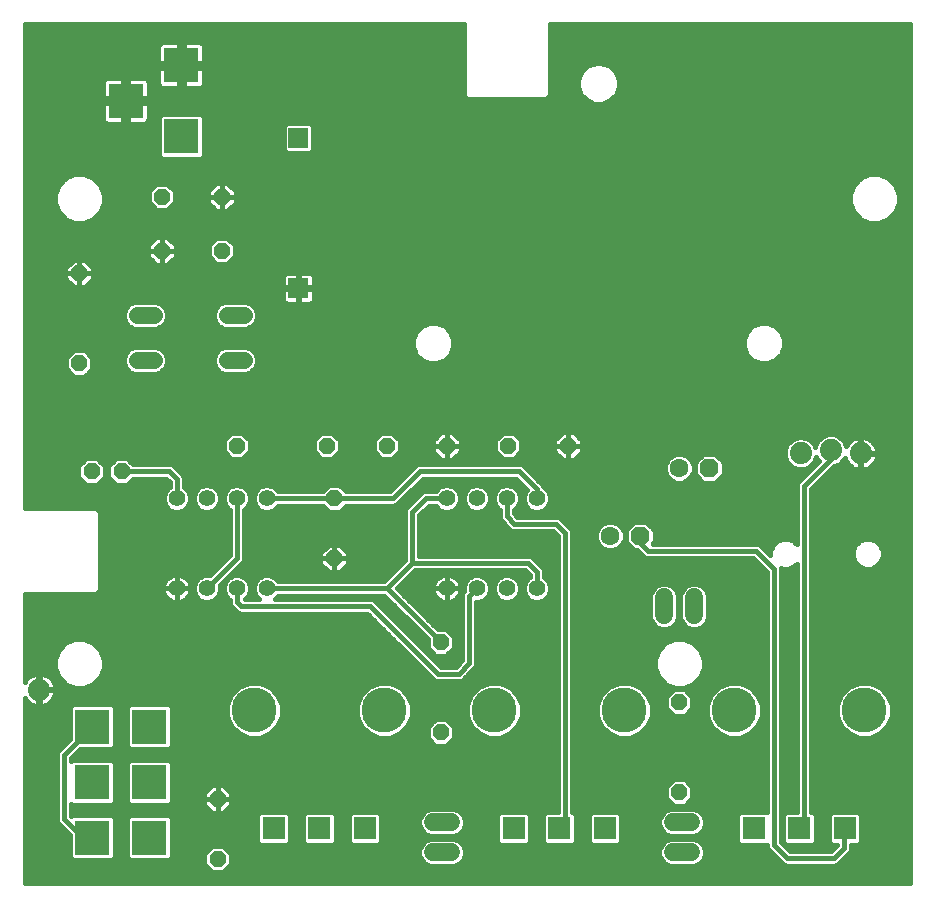
<source format=gbl>
G75*
%MOIN*%
%OFA0B0*%
%FSLAX25Y25*%
%IPPOS*%
%LPD*%
%AMOC8*
5,1,8,0,0,1.08239X$1,22.5*
%
%ADD10OC8,0.05600*%
%ADD11OC8,0.06300*%
%ADD12C,0.06300*%
%ADD13C,0.05600*%
%ADD14R,0.07677X0.07677*%
%ADD15C,0.15024*%
%ADD16R,0.11811X0.11811*%
%ADD17R,0.06731X0.06731*%
%ADD18C,0.05600*%
%ADD19C,0.06000*%
%ADD20C,0.07400*%
%ADD21C,0.01600*%
D10*
X0224938Y0104733D03*
X0224938Y0124733D03*
X0299338Y0146933D03*
X0299338Y0176933D03*
X0263838Y0204933D03*
X0263838Y0224933D03*
X0261338Y0242433D03*
X0281338Y0242433D03*
X0301338Y0242433D03*
X0321838Y0242433D03*
X0341838Y0242433D03*
X0378838Y0156933D03*
X0378838Y0126933D03*
X0231338Y0242433D03*
X0192938Y0233933D03*
X0182938Y0233933D03*
X0178838Y0269933D03*
X0178838Y0299933D03*
X0206338Y0307433D03*
X0206338Y0325433D03*
X0226338Y0325433D03*
X0226338Y0307433D03*
D11*
X0365838Y0212433D03*
X0388838Y0234933D03*
D12*
X0378838Y0234933D03*
X0355838Y0212433D03*
D13*
X0331338Y0224933D03*
X0321338Y0224933D03*
X0311338Y0224933D03*
X0301338Y0224933D03*
X0301338Y0194933D03*
X0311338Y0194933D03*
X0321338Y0194933D03*
X0331338Y0194933D03*
X0241338Y0194933D03*
X0231338Y0194933D03*
X0221338Y0194933D03*
X0211338Y0194933D03*
X0211338Y0224933D03*
X0221338Y0224933D03*
X0231338Y0224933D03*
X0241338Y0224933D03*
D14*
X0243601Y0114933D03*
X0258838Y0114933D03*
X0274074Y0114933D03*
X0323601Y0114933D03*
X0338838Y0114933D03*
X0354074Y0114933D03*
X0403601Y0114933D03*
X0418838Y0114933D03*
X0434074Y0114933D03*
D15*
X0440491Y0154303D03*
X0397184Y0154303D03*
X0360491Y0154303D03*
X0317184Y0154303D03*
X0280491Y0154303D03*
X0237184Y0154303D03*
D16*
X0202227Y0148815D03*
X0183212Y0148815D03*
X0183212Y0130311D03*
X0183212Y0111807D03*
X0202227Y0111807D03*
X0202227Y0130311D03*
X0212838Y0345689D03*
X0194334Y0357500D03*
X0212838Y0369311D03*
D17*
X0251901Y0344969D03*
X0251901Y0294969D03*
D18*
X0233638Y0285933D02*
X0228038Y0285933D01*
X0228038Y0270933D02*
X0233638Y0270933D01*
X0203638Y0270933D02*
X0198038Y0270933D01*
X0198038Y0285933D02*
X0203638Y0285933D01*
D19*
X0373838Y0191933D02*
X0373838Y0185933D01*
X0383838Y0185933D02*
X0383838Y0191933D01*
X0382838Y0116933D02*
X0376838Y0116933D01*
X0376838Y0106933D02*
X0382838Y0106933D01*
X0302838Y0106933D02*
X0296838Y0106933D01*
X0296838Y0116933D02*
X0302838Y0116933D01*
D20*
X0165438Y0161133D03*
X0419338Y0239933D03*
X0429338Y0240933D03*
X0439338Y0239933D03*
D21*
X0160638Y0158439D02*
X0160638Y0096733D01*
X0455738Y0096733D01*
X0455738Y0383133D01*
X0335638Y0383133D01*
X0335638Y0359187D01*
X0334583Y0358133D01*
X0308092Y0358133D01*
X0307038Y0359187D01*
X0307038Y0383133D01*
X0160638Y0383133D01*
X0160638Y0221733D01*
X0184583Y0221733D01*
X0185637Y0220679D01*
X0185637Y0194187D01*
X0184583Y0193133D01*
X0160638Y0193133D01*
X0160638Y0163827D01*
X0160733Y0164016D01*
X0161242Y0164716D01*
X0161855Y0165328D01*
X0162555Y0165837D01*
X0163326Y0166230D01*
X0164150Y0166498D01*
X0165005Y0166633D01*
X0165237Y0166633D01*
X0165237Y0161333D01*
X0165638Y0161333D01*
X0170938Y0161333D01*
X0170938Y0161566D01*
X0170802Y0162421D01*
X0170535Y0163244D01*
X0170142Y0164016D01*
X0169633Y0164716D01*
X0169021Y0165328D01*
X0168320Y0165837D01*
X0167549Y0166230D01*
X0166725Y0166498D01*
X0165870Y0166633D01*
X0165638Y0166633D01*
X0165638Y0161333D01*
X0165638Y0160933D01*
X0170938Y0160933D01*
X0170938Y0160700D01*
X0170802Y0159845D01*
X0170535Y0159022D01*
X0170142Y0158250D01*
X0169633Y0157550D01*
X0169021Y0156938D01*
X0168320Y0156429D01*
X0167549Y0156036D01*
X0166725Y0155769D01*
X0165870Y0155633D01*
X0165638Y0155633D01*
X0165638Y0160933D01*
X0165237Y0160933D01*
X0165237Y0155633D01*
X0165005Y0155633D01*
X0164150Y0155769D01*
X0163326Y0156036D01*
X0162555Y0156429D01*
X0161855Y0156938D01*
X0161242Y0157550D01*
X0160733Y0158250D01*
X0160638Y0158439D01*
X0160638Y0157275D02*
X0161517Y0157275D01*
X0160638Y0155677D02*
X0164730Y0155677D01*
X0165237Y0155677D02*
X0165638Y0155677D01*
X0166145Y0155677D02*
X0175999Y0155677D01*
X0175706Y0155383D02*
X0175706Y0144704D01*
X0171803Y0140800D01*
X0171438Y0139918D01*
X0171438Y0117456D01*
X0171803Y0116574D01*
X0172478Y0115898D01*
X0175706Y0112670D01*
X0175706Y0105239D01*
X0176643Y0104302D01*
X0189780Y0104302D01*
X0190717Y0105239D01*
X0190717Y0118375D01*
X0189780Y0119313D01*
X0176643Y0119313D01*
X0176248Y0118917D01*
X0176237Y0118927D01*
X0176237Y0123211D01*
X0176643Y0122806D01*
X0189780Y0122806D01*
X0190717Y0123743D01*
X0190717Y0136879D01*
X0189780Y0137817D01*
X0176643Y0137817D01*
X0176237Y0137411D01*
X0176237Y0138447D01*
X0179100Y0141309D01*
X0189780Y0141309D01*
X0190717Y0142247D01*
X0190717Y0155383D01*
X0189780Y0156320D01*
X0176643Y0156320D01*
X0175706Y0155383D01*
X0175706Y0154078D02*
X0160638Y0154078D01*
X0160638Y0152479D02*
X0175706Y0152479D01*
X0175706Y0150881D02*
X0160638Y0150881D01*
X0160638Y0149282D02*
X0175706Y0149282D01*
X0175706Y0147684D02*
X0160638Y0147684D01*
X0160638Y0146085D02*
X0175706Y0146085D01*
X0175489Y0144487D02*
X0160638Y0144487D01*
X0160638Y0142888D02*
X0173891Y0142888D01*
X0172292Y0141290D02*
X0160638Y0141290D01*
X0160638Y0139691D02*
X0171438Y0139691D01*
X0171438Y0138093D02*
X0160638Y0138093D01*
X0160638Y0136494D02*
X0171438Y0136494D01*
X0171438Y0134896D02*
X0160638Y0134896D01*
X0160638Y0133297D02*
X0171438Y0133297D01*
X0171438Y0131699D02*
X0160638Y0131699D01*
X0160638Y0130100D02*
X0171438Y0130100D01*
X0171438Y0128502D02*
X0160638Y0128502D01*
X0160638Y0126903D02*
X0171438Y0126903D01*
X0171438Y0125305D02*
X0160638Y0125305D01*
X0160638Y0123706D02*
X0171438Y0123706D01*
X0171438Y0122108D02*
X0160638Y0122108D01*
X0160638Y0120509D02*
X0171438Y0120509D01*
X0171438Y0118911D02*
X0160638Y0118911D01*
X0160638Y0117312D02*
X0171497Y0117312D01*
X0172663Y0115714D02*
X0160638Y0115714D01*
X0160638Y0114115D02*
X0174261Y0114115D01*
X0175706Y0112517D02*
X0160638Y0112517D01*
X0160638Y0110918D02*
X0175706Y0110918D01*
X0175706Y0109320D02*
X0160638Y0109320D01*
X0160638Y0107721D02*
X0175706Y0107721D01*
X0175706Y0106123D02*
X0160638Y0106123D01*
X0160638Y0104524D02*
X0176421Y0104524D01*
X0179963Y0111807D02*
X0173838Y0117933D01*
X0173838Y0139441D01*
X0183212Y0148815D01*
X0190717Y0149282D02*
X0194722Y0149282D01*
X0194722Y0147684D02*
X0190717Y0147684D01*
X0190717Y0146085D02*
X0194722Y0146085D01*
X0194722Y0144487D02*
X0190717Y0144487D01*
X0190717Y0142888D02*
X0194722Y0142888D01*
X0194722Y0142247D02*
X0195659Y0141309D01*
X0208796Y0141309D01*
X0209733Y0142247D01*
X0209733Y0155383D01*
X0208796Y0156320D01*
X0195659Y0156320D01*
X0194722Y0155383D01*
X0194722Y0142247D01*
X0195659Y0137817D02*
X0194722Y0136879D01*
X0194722Y0123743D01*
X0195659Y0122806D01*
X0208796Y0122806D01*
X0209733Y0123743D01*
X0209733Y0136879D01*
X0208796Y0137817D01*
X0195659Y0137817D01*
X0194722Y0136494D02*
X0190717Y0136494D01*
X0190717Y0134896D02*
X0194722Y0134896D01*
X0194722Y0133297D02*
X0190717Y0133297D01*
X0190717Y0131699D02*
X0194722Y0131699D01*
X0194722Y0130100D02*
X0190717Y0130100D01*
X0190717Y0128502D02*
X0194722Y0128502D01*
X0194722Y0126903D02*
X0190717Y0126903D01*
X0190717Y0125305D02*
X0194722Y0125305D01*
X0194758Y0123706D02*
X0190681Y0123706D01*
X0190182Y0118911D02*
X0195257Y0118911D01*
X0195659Y0119313D02*
X0194722Y0118375D01*
X0194722Y0105239D01*
X0195659Y0104302D01*
X0208796Y0104302D01*
X0209733Y0105239D01*
X0209733Y0118375D01*
X0208796Y0119313D01*
X0195659Y0119313D01*
X0194722Y0117312D02*
X0190717Y0117312D01*
X0190717Y0115714D02*
X0194722Y0115714D01*
X0194722Y0114115D02*
X0190717Y0114115D01*
X0190717Y0112517D02*
X0194722Y0112517D01*
X0194722Y0110918D02*
X0190717Y0110918D01*
X0190717Y0109320D02*
X0194722Y0109320D01*
X0194722Y0107721D02*
X0190717Y0107721D01*
X0190717Y0106123D02*
X0194722Y0106123D01*
X0195436Y0104524D02*
X0190002Y0104524D01*
X0183212Y0111807D02*
X0179963Y0111807D01*
X0176237Y0120509D02*
X0222656Y0120509D01*
X0223032Y0120133D02*
X0220338Y0122828D01*
X0220338Y0124733D01*
X0224937Y0124733D01*
X0224937Y0124733D01*
X0220338Y0124733D01*
X0220338Y0126638D01*
X0223032Y0129333D01*
X0224937Y0129333D01*
X0224937Y0124733D01*
X0224938Y0124733D01*
X0224938Y0124733D01*
X0229537Y0124733D01*
X0229537Y0122828D01*
X0226843Y0120133D01*
X0224938Y0120133D01*
X0224938Y0124733D01*
X0229537Y0124733D01*
X0229537Y0126638D01*
X0226843Y0129333D01*
X0224938Y0129333D01*
X0224938Y0124733D01*
X0224937Y0124733D01*
X0224937Y0120133D01*
X0223032Y0120133D01*
X0224937Y0120509D02*
X0224938Y0120509D01*
X0224937Y0122108D02*
X0224938Y0122108D01*
X0224937Y0123706D02*
X0224938Y0123706D01*
X0224937Y0125305D02*
X0224938Y0125305D01*
X0224937Y0126903D02*
X0224938Y0126903D01*
X0224937Y0128502D02*
X0224938Y0128502D01*
X0227674Y0128502D02*
X0338438Y0128502D01*
X0338438Y0130100D02*
X0209733Y0130100D01*
X0209733Y0128502D02*
X0222201Y0128502D01*
X0220602Y0126903D02*
X0209733Y0126903D01*
X0209733Y0125305D02*
X0220338Y0125305D01*
X0220338Y0123706D02*
X0209696Y0123706D01*
X0209197Y0118911D02*
X0238163Y0118911D01*
X0238163Y0119434D02*
X0238163Y0110432D01*
X0239100Y0109494D01*
X0248103Y0109494D01*
X0249040Y0110432D01*
X0249040Y0119434D01*
X0248103Y0120372D01*
X0239100Y0120372D01*
X0238163Y0119434D01*
X0238163Y0117312D02*
X0209733Y0117312D01*
X0209733Y0115714D02*
X0238163Y0115714D01*
X0238163Y0114115D02*
X0209733Y0114115D01*
X0209733Y0112517D02*
X0238163Y0112517D01*
X0238163Y0110918D02*
X0209733Y0110918D01*
X0209733Y0109320D02*
X0292847Y0109320D01*
X0292938Y0109539D02*
X0292238Y0107848D01*
X0292238Y0106018D01*
X0292938Y0104327D01*
X0294232Y0103033D01*
X0295923Y0102333D01*
X0303753Y0102333D01*
X0305443Y0103033D01*
X0306737Y0104327D01*
X0307438Y0106018D01*
X0307438Y0107848D01*
X0306737Y0109539D01*
X0305443Y0110833D01*
X0303753Y0111533D01*
X0295923Y0111533D01*
X0294232Y0110833D01*
X0292938Y0109539D01*
X0292238Y0107721D02*
X0228172Y0107721D01*
X0229337Y0106556D02*
X0226760Y0109133D01*
X0223115Y0109133D01*
X0220538Y0106556D01*
X0220538Y0102911D01*
X0223115Y0100333D01*
X0226760Y0100333D01*
X0229337Y0102911D01*
X0229337Y0106556D01*
X0229337Y0106123D02*
X0292238Y0106123D01*
X0292856Y0104524D02*
X0229337Y0104524D01*
X0229337Y0102926D02*
X0294492Y0102926D01*
X0294438Y0110918D02*
X0279512Y0110918D01*
X0279512Y0110432D02*
X0279512Y0119434D01*
X0278575Y0120372D01*
X0269572Y0120372D01*
X0268635Y0119434D01*
X0268635Y0110432D01*
X0269572Y0109494D01*
X0278575Y0109494D01*
X0279512Y0110432D01*
X0279512Y0112517D02*
X0295479Y0112517D01*
X0295923Y0112333D02*
X0294232Y0113033D01*
X0292938Y0114327D01*
X0292238Y0116018D01*
X0292238Y0117848D01*
X0292938Y0119539D01*
X0294232Y0120833D01*
X0295923Y0121533D01*
X0303753Y0121533D01*
X0305443Y0120833D01*
X0306737Y0119539D01*
X0307438Y0117848D01*
X0307438Y0116018D01*
X0306737Y0114327D01*
X0305443Y0113033D01*
X0303753Y0112333D01*
X0295923Y0112333D01*
X0293150Y0114115D02*
X0279512Y0114115D01*
X0279512Y0115714D02*
X0292364Y0115714D01*
X0292238Y0117312D02*
X0279512Y0117312D01*
X0279512Y0118911D02*
X0292678Y0118911D01*
X0293908Y0120509D02*
X0227219Y0120509D01*
X0228818Y0122108D02*
X0338438Y0122108D01*
X0338438Y0123706D02*
X0229537Y0123706D01*
X0229537Y0125305D02*
X0338438Y0125305D01*
X0338438Y0126903D02*
X0229273Y0126903D01*
X0221057Y0122108D02*
X0176237Y0122108D01*
X0176237Y0138093D02*
X0338438Y0138093D01*
X0338438Y0139691D02*
X0177482Y0139691D01*
X0179081Y0141290D02*
X0338438Y0141290D01*
X0338438Y0142888D02*
X0301515Y0142888D01*
X0301160Y0142533D02*
X0303738Y0145111D01*
X0303738Y0148756D01*
X0301160Y0151333D01*
X0297515Y0151333D01*
X0294938Y0148756D01*
X0294938Y0145111D01*
X0297515Y0142533D01*
X0301160Y0142533D01*
X0303114Y0144487D02*
X0338438Y0144487D01*
X0338438Y0146085D02*
X0321155Y0146085D01*
X0322345Y0146579D02*
X0324909Y0149142D01*
X0326296Y0152491D01*
X0326296Y0156116D01*
X0324909Y0159465D01*
X0322345Y0162028D01*
X0318996Y0163415D01*
X0315372Y0163415D01*
X0312023Y0162028D01*
X0309459Y0159465D01*
X0308072Y0156116D01*
X0308072Y0152491D01*
X0309459Y0149142D01*
X0312023Y0146579D01*
X0315372Y0145191D01*
X0318996Y0145191D01*
X0322345Y0146579D01*
X0323451Y0147684D02*
X0338438Y0147684D01*
X0338438Y0149282D02*
X0324967Y0149282D01*
X0325629Y0150881D02*
X0338438Y0150881D01*
X0338438Y0152479D02*
X0326291Y0152479D01*
X0326296Y0154078D02*
X0338438Y0154078D01*
X0338438Y0155677D02*
X0326296Y0155677D01*
X0325816Y0157275D02*
X0338438Y0157275D01*
X0338438Y0158874D02*
X0325153Y0158874D01*
X0323901Y0160472D02*
X0338438Y0160472D01*
X0338438Y0162071D02*
X0322242Y0162071D01*
X0312126Y0162071D02*
X0285549Y0162071D01*
X0285652Y0162028D02*
X0282304Y0163415D01*
X0278679Y0163415D01*
X0275330Y0162028D01*
X0272766Y0159465D01*
X0271379Y0156116D01*
X0271379Y0152491D01*
X0272766Y0149142D01*
X0275330Y0146579D01*
X0278679Y0145191D01*
X0282304Y0145191D01*
X0285652Y0146579D01*
X0288216Y0149142D01*
X0289603Y0152491D01*
X0289603Y0156116D01*
X0288216Y0159465D01*
X0285652Y0162028D01*
X0287208Y0160472D02*
X0310467Y0160472D01*
X0309215Y0158874D02*
X0288460Y0158874D01*
X0289123Y0157275D02*
X0308552Y0157275D01*
X0308072Y0155677D02*
X0289603Y0155677D01*
X0289603Y0154078D02*
X0308072Y0154078D01*
X0308077Y0152479D02*
X0289598Y0152479D01*
X0288936Y0150881D02*
X0297063Y0150881D01*
X0295464Y0149282D02*
X0288274Y0149282D01*
X0286758Y0147684D02*
X0294938Y0147684D01*
X0294938Y0146085D02*
X0284462Y0146085D01*
X0295561Y0144487D02*
X0209733Y0144487D01*
X0209733Y0146085D02*
X0233213Y0146085D01*
X0232023Y0146579D02*
X0235372Y0145191D01*
X0238996Y0145191D01*
X0242345Y0146579D01*
X0244909Y0149142D01*
X0246296Y0152491D01*
X0246296Y0156116D01*
X0244909Y0159465D01*
X0242345Y0162028D01*
X0238996Y0163415D01*
X0235372Y0163415D01*
X0232023Y0162028D01*
X0229459Y0159465D01*
X0228072Y0156116D01*
X0228072Y0152491D01*
X0229459Y0149142D01*
X0232023Y0146579D01*
X0230917Y0147684D02*
X0209733Y0147684D01*
X0209733Y0149282D02*
X0229401Y0149282D01*
X0228739Y0150881D02*
X0209733Y0150881D01*
X0209733Y0152479D02*
X0228077Y0152479D01*
X0228072Y0154078D02*
X0209733Y0154078D01*
X0209439Y0155677D02*
X0228072Y0155677D01*
X0228552Y0157275D02*
X0169358Y0157275D01*
X0170459Y0158874D02*
X0229215Y0158874D01*
X0230467Y0160472D02*
X0170901Y0160472D01*
X0170858Y0162071D02*
X0176655Y0162071D01*
X0177226Y0161834D02*
X0180449Y0161834D01*
X0183425Y0163067D01*
X0185704Y0165345D01*
X0186937Y0168322D01*
X0186937Y0171544D01*
X0185704Y0174521D01*
X0183425Y0176799D01*
X0180449Y0178032D01*
X0177226Y0178032D01*
X0174250Y0176799D01*
X0171971Y0174521D01*
X0170738Y0171544D01*
X0170738Y0168322D01*
X0171971Y0165345D01*
X0174250Y0163067D01*
X0177226Y0161834D01*
X0181020Y0162071D02*
X0232126Y0162071D01*
X0242242Y0162071D02*
X0275433Y0162071D01*
X0273774Y0160472D02*
X0243901Y0160472D01*
X0245153Y0158874D02*
X0272522Y0158874D01*
X0271859Y0157275D02*
X0245816Y0157275D01*
X0246296Y0155677D02*
X0271379Y0155677D01*
X0271379Y0154078D02*
X0246296Y0154078D01*
X0246291Y0152479D02*
X0271384Y0152479D01*
X0272046Y0150881D02*
X0245629Y0150881D01*
X0244967Y0149282D02*
X0272708Y0149282D01*
X0274224Y0147684D02*
X0243451Y0147684D01*
X0241155Y0146085D02*
X0276520Y0146085D01*
X0297160Y0142888D02*
X0209733Y0142888D01*
X0209733Y0136494D02*
X0338438Y0136494D01*
X0338438Y0134896D02*
X0209733Y0134896D01*
X0209733Y0133297D02*
X0338438Y0133297D01*
X0338438Y0131699D02*
X0209733Y0131699D01*
X0194722Y0150881D02*
X0190717Y0150881D01*
X0190717Y0152479D02*
X0194722Y0152479D01*
X0194722Y0154078D02*
X0190717Y0154078D01*
X0190424Y0155677D02*
X0195015Y0155677D01*
X0185626Y0165268D02*
X0296109Y0165268D01*
X0296303Y0165074D02*
X0296978Y0164398D01*
X0297860Y0164033D01*
X0305815Y0164033D01*
X0306697Y0164398D01*
X0310197Y0167898D01*
X0310872Y0168574D01*
X0311238Y0169456D01*
X0311238Y0190533D01*
X0312213Y0190533D01*
X0313830Y0191203D01*
X0315068Y0192441D01*
X0315738Y0194058D01*
X0315738Y0195808D01*
X0315068Y0197425D01*
X0313830Y0198663D01*
X0312213Y0199333D01*
X0310462Y0199333D01*
X0308845Y0198663D01*
X0307607Y0197425D01*
X0306938Y0195808D01*
X0306938Y0194058D01*
X0306976Y0193965D01*
X0306803Y0193793D01*
X0306438Y0192910D01*
X0306438Y0170927D01*
X0304343Y0168833D01*
X0299332Y0168833D01*
X0277197Y0190968D01*
X0276315Y0191333D01*
X0243960Y0191333D01*
X0245068Y0192441D01*
X0245106Y0192533D01*
X0280343Y0192533D01*
X0294938Y0177939D01*
X0294938Y0175111D01*
X0297515Y0172533D01*
X0301160Y0172533D01*
X0303738Y0175111D01*
X0303738Y0178756D01*
X0301160Y0181333D01*
X0298332Y0181333D01*
X0284732Y0194933D01*
X0290832Y0201033D01*
X0327343Y0201033D01*
X0328938Y0199439D01*
X0328938Y0198701D01*
X0328845Y0198663D01*
X0327607Y0197425D01*
X0326938Y0195808D01*
X0326938Y0194058D01*
X0327607Y0192441D01*
X0328845Y0191203D01*
X0330462Y0190533D01*
X0332213Y0190533D01*
X0333830Y0191203D01*
X0335068Y0192441D01*
X0335738Y0194058D01*
X0335738Y0195808D01*
X0335068Y0197425D01*
X0333830Y0198663D01*
X0333738Y0198701D01*
X0333738Y0200910D01*
X0333372Y0201793D01*
X0332697Y0202468D01*
X0329697Y0205468D01*
X0328815Y0205833D01*
X0292238Y0205833D01*
X0292238Y0219439D01*
X0295332Y0222533D01*
X0297569Y0222533D01*
X0297607Y0222441D01*
X0298845Y0221203D01*
X0300462Y0220533D01*
X0302213Y0220533D01*
X0303830Y0221203D01*
X0305068Y0222441D01*
X0305738Y0224058D01*
X0305738Y0225808D01*
X0305068Y0227425D01*
X0303830Y0228663D01*
X0302213Y0229333D01*
X0300462Y0229333D01*
X0298845Y0228663D01*
X0297607Y0227425D01*
X0297569Y0227333D01*
X0293860Y0227333D01*
X0292978Y0226968D01*
X0292303Y0226293D01*
X0287803Y0221793D01*
X0287438Y0220910D01*
X0287438Y0204427D01*
X0280343Y0197333D01*
X0245106Y0197333D01*
X0245068Y0197425D01*
X0243830Y0198663D01*
X0242213Y0199333D01*
X0240462Y0199333D01*
X0238845Y0198663D01*
X0237607Y0197425D01*
X0236938Y0195808D01*
X0236938Y0194058D01*
X0237607Y0192441D01*
X0238715Y0191333D01*
X0233960Y0191333D01*
X0235068Y0192441D01*
X0235737Y0194058D01*
X0235737Y0195808D01*
X0235068Y0197425D01*
X0233830Y0198663D01*
X0232213Y0199333D01*
X0230462Y0199333D01*
X0228845Y0198663D01*
X0227607Y0197425D01*
X0226938Y0195808D01*
X0226938Y0194058D01*
X0227607Y0192441D01*
X0228845Y0191203D01*
X0228938Y0191165D01*
X0228938Y0189956D01*
X0229303Y0189074D01*
X0229978Y0188398D01*
X0230803Y0187574D01*
X0230803Y0187574D01*
X0231478Y0186898D01*
X0232360Y0186533D01*
X0274843Y0186533D01*
X0296303Y0165074D01*
X0298338Y0166433D02*
X0305338Y0166433D01*
X0308838Y0169933D01*
X0308838Y0192433D01*
X0311338Y0194933D01*
X0312963Y0190844D02*
X0319712Y0190844D01*
X0320462Y0190533D02*
X0318845Y0191203D01*
X0317607Y0192441D01*
X0316938Y0194058D01*
X0316938Y0195808D01*
X0317607Y0197425D01*
X0318845Y0198663D01*
X0320462Y0199333D01*
X0322213Y0199333D01*
X0323830Y0198663D01*
X0325068Y0197425D01*
X0325738Y0195808D01*
X0325738Y0194058D01*
X0325068Y0192441D01*
X0323830Y0191203D01*
X0322213Y0190533D01*
X0320462Y0190533D01*
X0322963Y0190844D02*
X0329712Y0190844D01*
X0327607Y0192442D02*
X0325068Y0192442D01*
X0325730Y0194041D02*
X0326945Y0194041D01*
X0326938Y0195639D02*
X0325738Y0195639D01*
X0325145Y0197238D02*
X0327530Y0197238D01*
X0328938Y0198836D02*
X0323412Y0198836D01*
X0319263Y0198836D02*
X0313412Y0198836D01*
X0315145Y0197238D02*
X0317530Y0197238D01*
X0316938Y0195639D02*
X0315738Y0195639D01*
X0315730Y0194041D02*
X0316945Y0194041D01*
X0317607Y0192442D02*
X0315068Y0192442D01*
X0311238Y0189245D02*
X0338438Y0189245D01*
X0338438Y0187647D02*
X0311238Y0187647D01*
X0311238Y0186048D02*
X0338438Y0186048D01*
X0338438Y0184450D02*
X0311238Y0184450D01*
X0311238Y0182851D02*
X0338438Y0182851D01*
X0338438Y0181253D02*
X0311238Y0181253D01*
X0311238Y0179654D02*
X0338438Y0179654D01*
X0338438Y0178056D02*
X0311238Y0178056D01*
X0311238Y0176457D02*
X0338438Y0176457D01*
X0338438Y0174859D02*
X0311238Y0174859D01*
X0311238Y0173260D02*
X0338438Y0173260D01*
X0338438Y0171662D02*
X0311238Y0171662D01*
X0311238Y0170063D02*
X0338438Y0170063D01*
X0338438Y0168465D02*
X0310763Y0168465D01*
X0309165Y0166866D02*
X0338438Y0166866D01*
X0338438Y0165268D02*
X0307566Y0165268D01*
X0305573Y0170063D02*
X0298102Y0170063D01*
X0296503Y0171662D02*
X0306438Y0171662D01*
X0306438Y0173260D02*
X0301887Y0173260D01*
X0303486Y0174859D02*
X0306438Y0174859D01*
X0306438Y0176457D02*
X0303738Y0176457D01*
X0303738Y0178056D02*
X0306438Y0178056D01*
X0306438Y0179654D02*
X0302839Y0179654D01*
X0301240Y0181253D02*
X0306438Y0181253D01*
X0306438Y0182851D02*
X0296813Y0182851D01*
X0295215Y0184450D02*
X0306438Y0184450D01*
X0306438Y0186048D02*
X0293616Y0186048D01*
X0292018Y0187647D02*
X0306438Y0187647D01*
X0306438Y0189245D02*
X0290419Y0189245D01*
X0288821Y0190844D02*
X0299231Y0190844D01*
X0298927Y0190999D02*
X0299572Y0190670D01*
X0300260Y0190446D01*
X0300975Y0190333D01*
X0301337Y0190333D01*
X0301337Y0194933D01*
X0296738Y0194933D01*
X0296738Y0194571D01*
X0296851Y0193856D01*
X0297075Y0193167D01*
X0297403Y0192522D01*
X0297829Y0191936D01*
X0298341Y0191424D01*
X0298927Y0190999D01*
X0297461Y0192442D02*
X0287222Y0192442D01*
X0285624Y0194041D02*
X0296821Y0194041D01*
X0296738Y0194933D02*
X0301337Y0194933D01*
X0301337Y0194933D01*
X0301338Y0194933D01*
X0301338Y0194933D01*
X0305938Y0194933D01*
X0305938Y0194571D01*
X0305824Y0193856D01*
X0305600Y0193167D01*
X0305272Y0192522D01*
X0304846Y0191936D01*
X0304334Y0191424D01*
X0303748Y0190999D01*
X0303103Y0190670D01*
X0302415Y0190446D01*
X0301700Y0190333D01*
X0301338Y0190333D01*
X0301338Y0194933D01*
X0305938Y0194933D01*
X0305938Y0195295D01*
X0305824Y0196010D01*
X0305600Y0196699D01*
X0305272Y0197344D01*
X0304846Y0197930D01*
X0304334Y0198442D01*
X0303748Y0198867D01*
X0303103Y0199196D01*
X0302415Y0199420D01*
X0301700Y0199533D01*
X0301338Y0199533D01*
X0301338Y0194933D01*
X0301337Y0194933D01*
X0301337Y0199533D01*
X0300975Y0199533D01*
X0300260Y0199420D01*
X0299572Y0199196D01*
X0298927Y0198867D01*
X0298341Y0198442D01*
X0297829Y0197930D01*
X0297403Y0197344D01*
X0297075Y0196699D01*
X0296851Y0196010D01*
X0296738Y0195295D01*
X0296738Y0194933D01*
X0296792Y0195639D02*
X0285438Y0195639D01*
X0287036Y0197238D02*
X0297349Y0197238D01*
X0298884Y0198836D02*
X0288635Y0198836D01*
X0290233Y0200435D02*
X0327942Y0200435D01*
X0328338Y0203433D02*
X0331338Y0200433D01*
X0331338Y0194933D01*
X0332963Y0190844D02*
X0338438Y0190844D01*
X0338438Y0192442D02*
X0335068Y0192442D01*
X0335730Y0194041D02*
X0338438Y0194041D01*
X0338438Y0195639D02*
X0335738Y0195639D01*
X0335145Y0197238D02*
X0338438Y0197238D01*
X0338438Y0198836D02*
X0333738Y0198836D01*
X0333738Y0200435D02*
X0338438Y0200435D01*
X0338438Y0202033D02*
X0333131Y0202033D01*
X0331533Y0203632D02*
X0338438Y0203632D01*
X0338438Y0205230D02*
X0329934Y0205230D01*
X0328338Y0203433D02*
X0289838Y0203433D01*
X0289838Y0220433D01*
X0294338Y0224933D01*
X0301338Y0224933D01*
X0305222Y0222814D02*
X0307453Y0222814D01*
X0307607Y0222441D02*
X0308845Y0221203D01*
X0310462Y0220533D01*
X0312213Y0220533D01*
X0313830Y0221203D01*
X0315068Y0222441D01*
X0315738Y0224058D01*
X0315738Y0225808D01*
X0315068Y0227425D01*
X0313830Y0228663D01*
X0312213Y0229333D01*
X0310462Y0229333D01*
X0308845Y0228663D01*
X0307607Y0227425D01*
X0306938Y0225808D01*
X0306938Y0224058D01*
X0307607Y0222441D01*
X0308833Y0221215D02*
X0303842Y0221215D01*
X0305738Y0224412D02*
X0306938Y0224412D01*
X0307021Y0226011D02*
X0305654Y0226011D01*
X0304884Y0227610D02*
X0307791Y0227610D01*
X0310160Y0229208D02*
X0302515Y0229208D01*
X0300160Y0229208D02*
X0291007Y0229208D01*
X0292605Y0230807D02*
X0325070Y0230807D01*
X0324343Y0231533D02*
X0328029Y0227847D01*
X0327607Y0227425D01*
X0326938Y0225808D01*
X0326938Y0224058D01*
X0327607Y0222441D01*
X0328845Y0221203D01*
X0330462Y0220533D01*
X0332213Y0220533D01*
X0333830Y0221203D01*
X0335068Y0222441D01*
X0335738Y0224058D01*
X0335738Y0225808D01*
X0335068Y0227425D01*
X0333830Y0228663D01*
X0333592Y0228762D01*
X0333372Y0229293D01*
X0326697Y0235968D01*
X0325815Y0236333D01*
X0291860Y0236333D01*
X0290978Y0235968D01*
X0290303Y0235293D01*
X0282343Y0227333D01*
X0267660Y0227333D01*
X0265660Y0229333D01*
X0262015Y0229333D01*
X0260015Y0227333D01*
X0245106Y0227333D01*
X0245068Y0227425D01*
X0243830Y0228663D01*
X0242213Y0229333D01*
X0240462Y0229333D01*
X0238845Y0228663D01*
X0237607Y0227425D01*
X0236938Y0225808D01*
X0236938Y0224058D01*
X0237607Y0222441D01*
X0238845Y0221203D01*
X0240462Y0220533D01*
X0242213Y0220533D01*
X0243830Y0221203D01*
X0245068Y0222441D01*
X0245106Y0222533D01*
X0260015Y0222533D01*
X0262015Y0220533D01*
X0265660Y0220533D01*
X0267660Y0222533D01*
X0283815Y0222533D01*
X0284697Y0222898D01*
X0293332Y0231533D01*
X0324343Y0231533D01*
X0325338Y0233933D02*
X0331338Y0227933D01*
X0331338Y0224933D01*
X0335222Y0222814D02*
X0417938Y0222814D01*
X0417938Y0224412D02*
X0335738Y0224412D01*
X0335654Y0226011D02*
X0417938Y0226011D01*
X0417938Y0227610D02*
X0334884Y0227610D01*
X0333407Y0229208D02*
X0417938Y0229208D01*
X0417938Y0229410D02*
X0417938Y0209656D01*
X0416964Y0210629D01*
X0415145Y0211383D01*
X0413176Y0211383D01*
X0411357Y0210629D01*
X0409964Y0209237D01*
X0409211Y0207418D01*
X0409211Y0205954D01*
X0405697Y0209468D01*
X0404815Y0209833D01*
X0369955Y0209833D01*
X0370587Y0210466D01*
X0370587Y0214401D01*
X0367805Y0217183D01*
X0363870Y0217183D01*
X0361088Y0214401D01*
X0361088Y0210466D01*
X0363870Y0207683D01*
X0364693Y0207683D01*
X0366303Y0206074D01*
X0366978Y0205398D01*
X0367860Y0205033D01*
X0403343Y0205033D01*
X0407938Y0200439D01*
X0407938Y0120372D01*
X0399100Y0120372D01*
X0398163Y0119434D01*
X0398163Y0110432D01*
X0399100Y0109494D01*
X0407938Y0109494D01*
X0407938Y0108956D01*
X0408303Y0108074D01*
X0413478Y0102898D01*
X0414360Y0102533D01*
X0430815Y0102533D01*
X0431697Y0102898D01*
X0435197Y0106398D01*
X0435872Y0107074D01*
X0436237Y0107956D01*
X0436237Y0109494D01*
X0438575Y0109494D01*
X0439512Y0110432D01*
X0439512Y0119434D01*
X0438575Y0120372D01*
X0429572Y0120372D01*
X0428635Y0119434D01*
X0428635Y0110432D01*
X0429572Y0109494D01*
X0431438Y0109494D01*
X0431438Y0109427D01*
X0429343Y0107333D01*
X0415832Y0107333D01*
X0412737Y0110427D01*
X0412737Y0201665D01*
X0413176Y0201483D01*
X0415145Y0201483D01*
X0416964Y0202237D01*
X0417938Y0203210D01*
X0417938Y0120372D01*
X0414336Y0120372D01*
X0413399Y0119434D01*
X0413399Y0110432D01*
X0414336Y0109494D01*
X0423339Y0109494D01*
X0424276Y0110432D01*
X0424276Y0119434D01*
X0423339Y0120372D01*
X0422737Y0120372D01*
X0422737Y0227939D01*
X0430460Y0235661D01*
X0432340Y0236440D01*
X0433831Y0237931D01*
X0434040Y0238437D01*
X0434240Y0237822D01*
X0434633Y0237050D01*
X0435142Y0236350D01*
X0435755Y0235738D01*
X0436455Y0235229D01*
X0437226Y0234836D01*
X0438050Y0234569D01*
X0438905Y0234433D01*
X0439137Y0234433D01*
X0439137Y0239733D01*
X0439538Y0239733D01*
X0439538Y0240133D01*
X0444837Y0240133D01*
X0444837Y0240366D01*
X0444702Y0241221D01*
X0444435Y0242044D01*
X0444042Y0242816D01*
X0443533Y0243516D01*
X0442921Y0244128D01*
X0442220Y0244637D01*
X0441449Y0245030D01*
X0440625Y0245298D01*
X0439770Y0245433D01*
X0439538Y0245433D01*
X0439538Y0240133D01*
X0439137Y0240133D01*
X0439137Y0245433D01*
X0438905Y0245433D01*
X0438050Y0245298D01*
X0437226Y0245030D01*
X0436455Y0244637D01*
X0435755Y0244128D01*
X0435142Y0243516D01*
X0434633Y0242816D01*
X0434446Y0242449D01*
X0433831Y0243935D01*
X0432340Y0245426D01*
X0430392Y0246233D01*
X0428283Y0246233D01*
X0426335Y0245426D01*
X0424844Y0243935D01*
X0424130Y0242212D01*
X0423831Y0242935D01*
X0422340Y0244426D01*
X0420392Y0245233D01*
X0418283Y0245233D01*
X0416335Y0244426D01*
X0414844Y0242935D01*
X0414038Y0240987D01*
X0414038Y0238879D01*
X0414844Y0236931D01*
X0416335Y0235440D01*
X0418283Y0234633D01*
X0420392Y0234633D01*
X0422340Y0235440D01*
X0423831Y0236931D01*
X0424545Y0238655D01*
X0424844Y0237931D01*
X0425393Y0237382D01*
X0418978Y0230968D01*
X0418303Y0230293D01*
X0417938Y0229410D01*
X0418817Y0230807D02*
X0391428Y0230807D01*
X0390805Y0230183D02*
X0393587Y0232966D01*
X0393587Y0236901D01*
X0390805Y0239683D01*
X0386870Y0239683D01*
X0384088Y0236901D01*
X0384088Y0232966D01*
X0386870Y0230183D01*
X0390805Y0230183D01*
X0393027Y0232405D02*
X0420415Y0232405D01*
X0422014Y0234004D02*
X0393587Y0234004D01*
X0393587Y0235602D02*
X0416173Y0235602D01*
X0414733Y0237201D02*
X0393287Y0237201D01*
X0391689Y0238799D02*
X0414071Y0238799D01*
X0414038Y0240398D02*
X0346307Y0240398D01*
X0346437Y0240528D02*
X0346437Y0242433D01*
X0341838Y0242433D01*
X0341838Y0242433D01*
X0346437Y0242433D01*
X0346437Y0244338D01*
X0343743Y0247033D01*
X0341838Y0247033D01*
X0341838Y0242433D01*
X0341838Y0237833D01*
X0343743Y0237833D01*
X0346437Y0240528D01*
X0346437Y0241996D02*
X0414455Y0241996D01*
X0415504Y0243595D02*
X0346437Y0243595D01*
X0345583Y0245193D02*
X0418187Y0245193D01*
X0420488Y0245193D02*
X0426102Y0245193D01*
X0424703Y0243595D02*
X0423171Y0243595D01*
X0423942Y0237201D02*
X0425211Y0237201D01*
X0423612Y0235602D02*
X0422502Y0235602D01*
X0427204Y0232405D02*
X0455738Y0232405D01*
X0455738Y0230807D02*
X0425605Y0230807D01*
X0424007Y0229208D02*
X0455738Y0229208D01*
X0455738Y0227610D02*
X0422737Y0227610D01*
X0422737Y0226011D02*
X0455738Y0226011D01*
X0455738Y0224412D02*
X0422737Y0224412D01*
X0422737Y0222814D02*
X0455738Y0222814D01*
X0455738Y0221215D02*
X0422737Y0221215D01*
X0422737Y0219617D02*
X0455738Y0219617D01*
X0455738Y0218018D02*
X0422737Y0218018D01*
X0422737Y0216420D02*
X0455738Y0216420D01*
X0455738Y0214821D02*
X0422737Y0214821D01*
X0422737Y0213223D02*
X0455738Y0213223D01*
X0455738Y0211624D02*
X0422737Y0211624D01*
X0422737Y0210026D02*
X0438312Y0210026D01*
X0438916Y0210629D02*
X0437523Y0209237D01*
X0436770Y0207418D01*
X0436770Y0205449D01*
X0437523Y0203629D01*
X0438916Y0202237D01*
X0440735Y0201483D01*
X0442704Y0201483D01*
X0444523Y0202237D01*
X0445915Y0203629D01*
X0446669Y0205449D01*
X0446669Y0207418D01*
X0445915Y0209237D01*
X0444523Y0210629D01*
X0442704Y0211383D01*
X0440735Y0211383D01*
X0438916Y0210629D01*
X0437188Y0208427D02*
X0422737Y0208427D01*
X0422737Y0206829D02*
X0436770Y0206829D01*
X0436860Y0205230D02*
X0422737Y0205230D01*
X0422737Y0203632D02*
X0437522Y0203632D01*
X0439407Y0202033D02*
X0422737Y0202033D01*
X0422737Y0200435D02*
X0455738Y0200435D01*
X0455738Y0202033D02*
X0444031Y0202033D01*
X0445916Y0203632D02*
X0455738Y0203632D01*
X0455738Y0205230D02*
X0446579Y0205230D01*
X0446669Y0206829D02*
X0455738Y0206829D01*
X0455738Y0208427D02*
X0446251Y0208427D01*
X0445126Y0210026D02*
X0455738Y0210026D01*
X0455738Y0198836D02*
X0422737Y0198836D01*
X0422737Y0197238D02*
X0455738Y0197238D01*
X0455738Y0195639D02*
X0422737Y0195639D01*
X0422737Y0194041D02*
X0455738Y0194041D01*
X0455738Y0192442D02*
X0422737Y0192442D01*
X0422737Y0190844D02*
X0455738Y0190844D01*
X0455738Y0189245D02*
X0422737Y0189245D01*
X0422737Y0187647D02*
X0455738Y0187647D01*
X0455738Y0186048D02*
X0422737Y0186048D01*
X0422737Y0184450D02*
X0455738Y0184450D01*
X0455738Y0182851D02*
X0422737Y0182851D01*
X0422737Y0181253D02*
X0455738Y0181253D01*
X0455738Y0179654D02*
X0422737Y0179654D01*
X0422737Y0178056D02*
X0455738Y0178056D01*
X0455738Y0176457D02*
X0422737Y0176457D01*
X0422737Y0174859D02*
X0455738Y0174859D01*
X0455738Y0173260D02*
X0422737Y0173260D01*
X0422737Y0171662D02*
X0455738Y0171662D01*
X0455738Y0170063D02*
X0422737Y0170063D01*
X0422737Y0168465D02*
X0455738Y0168465D01*
X0455738Y0166866D02*
X0422737Y0166866D01*
X0422737Y0165268D02*
X0455738Y0165268D01*
X0455738Y0163669D02*
X0422737Y0163669D01*
X0422737Y0162071D02*
X0435433Y0162071D01*
X0435330Y0162028D02*
X0432766Y0159465D01*
X0431379Y0156116D01*
X0431379Y0152491D01*
X0432766Y0149142D01*
X0435330Y0146579D01*
X0438679Y0145191D01*
X0442304Y0145191D01*
X0445652Y0146579D01*
X0448216Y0149142D01*
X0449603Y0152491D01*
X0449603Y0156116D01*
X0448216Y0159465D01*
X0445652Y0162028D01*
X0442304Y0163415D01*
X0438679Y0163415D01*
X0435330Y0162028D01*
X0433774Y0160472D02*
X0422737Y0160472D01*
X0422737Y0158874D02*
X0432522Y0158874D01*
X0431859Y0157275D02*
X0422737Y0157275D01*
X0422737Y0155677D02*
X0431379Y0155677D01*
X0431379Y0154078D02*
X0422737Y0154078D01*
X0422737Y0152479D02*
X0431384Y0152479D01*
X0432046Y0150881D02*
X0422737Y0150881D01*
X0422737Y0149282D02*
X0432708Y0149282D01*
X0434224Y0147684D02*
X0422737Y0147684D01*
X0422737Y0146085D02*
X0436520Y0146085D01*
X0444462Y0146085D02*
X0455738Y0146085D01*
X0455738Y0144487D02*
X0422737Y0144487D01*
X0422737Y0142888D02*
X0455738Y0142888D01*
X0455738Y0141290D02*
X0422737Y0141290D01*
X0422737Y0139691D02*
X0455738Y0139691D01*
X0455738Y0138093D02*
X0422737Y0138093D01*
X0422737Y0136494D02*
X0455738Y0136494D01*
X0455738Y0134896D02*
X0422737Y0134896D01*
X0422737Y0133297D02*
X0455738Y0133297D01*
X0455738Y0131699D02*
X0422737Y0131699D01*
X0422737Y0130100D02*
X0455738Y0130100D01*
X0455738Y0128502D02*
X0422737Y0128502D01*
X0422737Y0126903D02*
X0455738Y0126903D01*
X0455738Y0125305D02*
X0422737Y0125305D01*
X0422737Y0123706D02*
X0455738Y0123706D01*
X0455738Y0122108D02*
X0422737Y0122108D01*
X0422737Y0120509D02*
X0455738Y0120509D01*
X0455738Y0118911D02*
X0439512Y0118911D01*
X0439512Y0117312D02*
X0455738Y0117312D01*
X0455738Y0115714D02*
X0439512Y0115714D01*
X0439512Y0114115D02*
X0455738Y0114115D01*
X0455738Y0112517D02*
X0439512Y0112517D01*
X0439512Y0110918D02*
X0455738Y0110918D01*
X0455738Y0109320D02*
X0436237Y0109320D01*
X0436140Y0107721D02*
X0455738Y0107721D01*
X0455738Y0106123D02*
X0434921Y0106123D01*
X0433323Y0104524D02*
X0455738Y0104524D01*
X0455738Y0102926D02*
X0431724Y0102926D01*
X0430338Y0104933D02*
X0433838Y0108433D01*
X0433838Y0114697D01*
X0434074Y0114933D01*
X0428635Y0115714D02*
X0424276Y0115714D01*
X0424276Y0117312D02*
X0428635Y0117312D01*
X0428635Y0118911D02*
X0424276Y0118911D01*
X0420338Y0116433D02*
X0418838Y0114933D01*
X0420338Y0116433D02*
X0420338Y0228933D01*
X0429338Y0237933D01*
X0429338Y0240933D01*
X0433100Y0237201D02*
X0434557Y0237201D01*
X0435941Y0235602D02*
X0430401Y0235602D01*
X0428802Y0234004D02*
X0455738Y0234004D01*
X0455738Y0235602D02*
X0442734Y0235602D01*
X0442921Y0235738D02*
X0443533Y0236350D01*
X0444042Y0237050D01*
X0444435Y0237822D01*
X0444702Y0238645D01*
X0444837Y0239500D01*
X0444837Y0239733D01*
X0439538Y0239733D01*
X0439538Y0234433D01*
X0439770Y0234433D01*
X0440625Y0234569D01*
X0441449Y0234836D01*
X0442220Y0235229D01*
X0442921Y0235738D01*
X0444118Y0237201D02*
X0455738Y0237201D01*
X0455738Y0238799D02*
X0444726Y0238799D01*
X0444832Y0240398D02*
X0455738Y0240398D01*
X0455738Y0241996D02*
X0444450Y0241996D01*
X0443454Y0243595D02*
X0455738Y0243595D01*
X0455738Y0245193D02*
X0440947Y0245193D01*
X0439538Y0245193D02*
X0439137Y0245193D01*
X0437728Y0245193D02*
X0432573Y0245193D01*
X0433972Y0243595D02*
X0435221Y0243595D01*
X0439137Y0243595D02*
X0439538Y0243595D01*
X0439538Y0241996D02*
X0439137Y0241996D01*
X0439137Y0240398D02*
X0439538Y0240398D01*
X0439538Y0238799D02*
X0439137Y0238799D01*
X0439137Y0237201D02*
X0439538Y0237201D01*
X0439538Y0235602D02*
X0439137Y0235602D01*
X0455738Y0246792D02*
X0343984Y0246792D01*
X0341838Y0246792D02*
X0341837Y0246792D01*
X0341837Y0247033D02*
X0339932Y0247033D01*
X0337238Y0244338D01*
X0337238Y0242433D01*
X0337238Y0240528D01*
X0339932Y0237833D01*
X0341837Y0237833D01*
X0341837Y0242433D01*
X0337238Y0242433D01*
X0341837Y0242433D01*
X0341837Y0242433D01*
X0341838Y0242433D01*
X0341837Y0242433D01*
X0341837Y0247033D01*
X0341837Y0245193D02*
X0341838Y0245193D01*
X0341837Y0243595D02*
X0341838Y0243595D01*
X0341837Y0241996D02*
X0341838Y0241996D01*
X0341837Y0240398D02*
X0341838Y0240398D01*
X0341837Y0238799D02*
X0341838Y0238799D01*
X0344709Y0238799D02*
X0375986Y0238799D01*
X0376147Y0238960D02*
X0374811Y0237624D01*
X0374088Y0235878D01*
X0374088Y0233988D01*
X0374811Y0232242D01*
X0376147Y0230906D01*
X0377893Y0230183D01*
X0379782Y0230183D01*
X0381528Y0230906D01*
X0382864Y0232242D01*
X0383587Y0233988D01*
X0383587Y0235878D01*
X0382864Y0237624D01*
X0381528Y0238960D01*
X0379782Y0239683D01*
X0377893Y0239683D01*
X0376147Y0238960D01*
X0374635Y0237201D02*
X0195893Y0237201D01*
X0196760Y0236333D02*
X0194760Y0238333D01*
X0191115Y0238333D01*
X0188538Y0235756D01*
X0188538Y0232111D01*
X0191115Y0229533D01*
X0194760Y0229533D01*
X0196760Y0231533D01*
X0207843Y0231533D01*
X0208938Y0230439D01*
X0208938Y0228701D01*
X0208845Y0228663D01*
X0207607Y0227425D01*
X0206938Y0225808D01*
X0206938Y0224058D01*
X0207607Y0222441D01*
X0208845Y0221203D01*
X0210462Y0220533D01*
X0212213Y0220533D01*
X0213830Y0221203D01*
X0215068Y0222441D01*
X0215737Y0224058D01*
X0215737Y0225808D01*
X0215068Y0227425D01*
X0213830Y0228663D01*
X0213737Y0228701D01*
X0213737Y0231910D01*
X0213372Y0232793D01*
X0212697Y0233468D01*
X0210197Y0235968D01*
X0209315Y0236333D01*
X0196760Y0236333D01*
X0192938Y0233933D02*
X0208838Y0233933D01*
X0211338Y0231433D01*
X0211338Y0224933D01*
X0215222Y0222814D02*
X0217453Y0222814D01*
X0217607Y0222441D02*
X0218845Y0221203D01*
X0220462Y0220533D01*
X0222213Y0220533D01*
X0223830Y0221203D01*
X0225068Y0222441D01*
X0225737Y0224058D01*
X0225737Y0225808D01*
X0225068Y0227425D01*
X0223830Y0228663D01*
X0222213Y0229333D01*
X0220462Y0229333D01*
X0218845Y0228663D01*
X0217607Y0227425D01*
X0216938Y0225808D01*
X0216938Y0224058D01*
X0217607Y0222441D01*
X0218833Y0221215D02*
X0213842Y0221215D01*
X0215737Y0224412D02*
X0216938Y0224412D01*
X0217021Y0226011D02*
X0215654Y0226011D01*
X0214884Y0227610D02*
X0217791Y0227610D01*
X0220160Y0229208D02*
X0213737Y0229208D01*
X0213737Y0230807D02*
X0285817Y0230807D01*
X0287415Y0232405D02*
X0213533Y0232405D01*
X0212161Y0234004D02*
X0289014Y0234004D01*
X0290612Y0235602D02*
X0210563Y0235602D01*
X0208570Y0230807D02*
X0196034Y0230807D01*
X0189842Y0230807D02*
X0186034Y0230807D01*
X0184760Y0229533D02*
X0187337Y0232111D01*
X0187337Y0235756D01*
X0184760Y0238333D01*
X0181115Y0238333D01*
X0178538Y0235756D01*
X0178538Y0232111D01*
X0181115Y0229533D01*
X0184760Y0229533D01*
X0187337Y0232405D02*
X0188538Y0232405D01*
X0188538Y0234004D02*
X0187337Y0234004D01*
X0187337Y0235602D02*
X0188538Y0235602D01*
X0189982Y0237201D02*
X0185893Y0237201D01*
X0179982Y0237201D02*
X0160638Y0237201D01*
X0160638Y0238799D02*
X0228749Y0238799D01*
X0229515Y0238033D02*
X0226938Y0240611D01*
X0226938Y0244256D01*
X0229515Y0246833D01*
X0233160Y0246833D01*
X0235737Y0244256D01*
X0235737Y0240611D01*
X0233160Y0238033D01*
X0229515Y0238033D01*
X0227150Y0240398D02*
X0160638Y0240398D01*
X0160638Y0241996D02*
X0226938Y0241996D01*
X0226938Y0243595D02*
X0160638Y0243595D01*
X0160638Y0245193D02*
X0227875Y0245193D01*
X0229474Y0246792D02*
X0160638Y0246792D01*
X0160638Y0248390D02*
X0455738Y0248390D01*
X0455738Y0249989D02*
X0160638Y0249989D01*
X0160638Y0251587D02*
X0455738Y0251587D01*
X0455738Y0253186D02*
X0160638Y0253186D01*
X0160638Y0254784D02*
X0455738Y0254784D01*
X0455738Y0256383D02*
X0160638Y0256383D01*
X0160638Y0257981D02*
X0455738Y0257981D01*
X0455738Y0259580D02*
X0160638Y0259580D01*
X0160638Y0261178D02*
X0455738Y0261178D01*
X0455738Y0262777D02*
X0160638Y0262777D01*
X0160638Y0264375D02*
X0455738Y0264375D01*
X0455738Y0265974D02*
X0181101Y0265974D01*
X0180660Y0265533D02*
X0183237Y0268111D01*
X0183237Y0271756D01*
X0180660Y0274333D01*
X0177015Y0274333D01*
X0174438Y0271756D01*
X0174438Y0268111D01*
X0177015Y0265533D01*
X0180660Y0265533D01*
X0182699Y0267572D02*
X0195176Y0267572D01*
X0195545Y0267203D02*
X0197162Y0266533D01*
X0204513Y0266533D01*
X0206130Y0267203D01*
X0207368Y0268441D01*
X0208037Y0270058D01*
X0208037Y0271808D01*
X0207368Y0273425D01*
X0206130Y0274663D01*
X0204513Y0275333D01*
X0197162Y0275333D01*
X0195545Y0274663D01*
X0194307Y0273425D01*
X0193638Y0271808D01*
X0193638Y0270058D01*
X0194307Y0268441D01*
X0195545Y0267203D01*
X0194005Y0269171D02*
X0183237Y0269171D01*
X0183237Y0270769D02*
X0193638Y0270769D01*
X0193869Y0272368D02*
X0182625Y0272368D01*
X0181027Y0273966D02*
X0194848Y0273966D01*
X0197162Y0281533D02*
X0204513Y0281533D01*
X0206130Y0282203D01*
X0207368Y0283441D01*
X0208037Y0285058D01*
X0208037Y0286808D01*
X0207368Y0288425D01*
X0206130Y0289663D01*
X0204513Y0290333D01*
X0197162Y0290333D01*
X0195545Y0289663D01*
X0194307Y0288425D01*
X0193638Y0286808D01*
X0193638Y0285058D01*
X0194307Y0283441D01*
X0195545Y0282203D01*
X0197162Y0281533D01*
X0196134Y0281959D02*
X0160638Y0281959D01*
X0160638Y0283557D02*
X0194259Y0283557D01*
X0193638Y0285156D02*
X0160638Y0285156D01*
X0160638Y0286754D02*
X0193638Y0286754D01*
X0194277Y0288353D02*
X0160638Y0288353D01*
X0160638Y0289951D02*
X0196241Y0289951D01*
X0205434Y0289951D02*
X0226241Y0289951D01*
X0225545Y0289663D02*
X0224307Y0288425D01*
X0223638Y0286808D01*
X0223638Y0285058D01*
X0224307Y0283441D01*
X0225545Y0282203D01*
X0227162Y0281533D01*
X0234513Y0281533D01*
X0236130Y0282203D01*
X0237368Y0283441D01*
X0238037Y0285058D01*
X0238037Y0286808D01*
X0237368Y0288425D01*
X0236130Y0289663D01*
X0234513Y0290333D01*
X0227162Y0290333D01*
X0225545Y0289663D01*
X0224277Y0288353D02*
X0207398Y0288353D01*
X0208037Y0286754D02*
X0223638Y0286754D01*
X0223638Y0285156D02*
X0208037Y0285156D01*
X0207416Y0283557D02*
X0224259Y0283557D01*
X0226134Y0281959D02*
X0205541Y0281959D01*
X0206827Y0273966D02*
X0224848Y0273966D01*
X0224307Y0273425D02*
X0223638Y0271808D01*
X0223638Y0270058D01*
X0224307Y0268441D01*
X0225545Y0267203D01*
X0227162Y0266533D01*
X0234513Y0266533D01*
X0236130Y0267203D01*
X0237368Y0268441D01*
X0238037Y0270058D01*
X0238037Y0271808D01*
X0237368Y0273425D01*
X0236130Y0274663D01*
X0234513Y0275333D01*
X0227162Y0275333D01*
X0225545Y0274663D01*
X0224307Y0273425D01*
X0223869Y0272368D02*
X0207806Y0272368D01*
X0208037Y0270769D02*
X0223638Y0270769D01*
X0224005Y0269171D02*
X0207670Y0269171D01*
X0206499Y0267572D02*
X0225176Y0267572D01*
X0236499Y0267572D02*
X0455738Y0267572D01*
X0455738Y0269171D02*
X0237670Y0269171D01*
X0238037Y0270769D02*
X0293444Y0270769D01*
X0292975Y0270963D02*
X0295445Y0269940D01*
X0298119Y0269940D01*
X0300590Y0270963D01*
X0302480Y0272854D01*
X0303504Y0275324D01*
X0303504Y0277998D01*
X0302480Y0280469D01*
X0300590Y0282359D01*
X0298119Y0283383D01*
X0295445Y0283383D01*
X0292975Y0282359D01*
X0291084Y0280469D01*
X0290061Y0277998D01*
X0290061Y0275324D01*
X0291084Y0272854D01*
X0292975Y0270963D01*
X0291571Y0272368D02*
X0237806Y0272368D01*
X0236827Y0273966D02*
X0290624Y0273966D01*
X0290061Y0275565D02*
X0160638Y0275565D01*
X0160638Y0277163D02*
X0290061Y0277163D01*
X0290377Y0278762D02*
X0160638Y0278762D01*
X0160638Y0280360D02*
X0291040Y0280360D01*
X0292575Y0281959D02*
X0235541Y0281959D01*
X0237416Y0283557D02*
X0455738Y0283557D01*
X0455738Y0281959D02*
X0411226Y0281959D01*
X0410826Y0282359D02*
X0408356Y0283383D01*
X0405682Y0283383D01*
X0403211Y0282359D01*
X0401321Y0280469D01*
X0400297Y0277998D01*
X0400297Y0275324D01*
X0401321Y0272854D01*
X0403211Y0270963D01*
X0405682Y0269940D01*
X0408356Y0269940D01*
X0410826Y0270963D01*
X0412717Y0272854D01*
X0413740Y0275324D01*
X0413740Y0277998D01*
X0412717Y0280469D01*
X0410826Y0282359D01*
X0412761Y0280360D02*
X0455738Y0280360D01*
X0455738Y0278762D02*
X0413424Y0278762D01*
X0413740Y0277163D02*
X0455738Y0277163D01*
X0455738Y0275565D02*
X0413740Y0275565D01*
X0413177Y0273966D02*
X0455738Y0273966D01*
X0455738Y0272368D02*
X0412230Y0272368D01*
X0410357Y0270769D02*
X0455738Y0270769D01*
X0455738Y0285156D02*
X0238037Y0285156D01*
X0238037Y0286754D02*
X0455738Y0286754D01*
X0455738Y0288353D02*
X0237398Y0288353D01*
X0235434Y0289951D02*
X0247796Y0289951D01*
X0247840Y0289926D02*
X0248298Y0289803D01*
X0251618Y0289803D01*
X0251618Y0294686D01*
X0246735Y0294686D01*
X0246735Y0291366D01*
X0246858Y0290908D01*
X0247095Y0290498D01*
X0247430Y0290163D01*
X0247840Y0289926D01*
X0246735Y0291550D02*
X0160638Y0291550D01*
X0160638Y0293148D02*
X0246735Y0293148D01*
X0246735Y0295251D02*
X0251618Y0295251D01*
X0251618Y0294686D01*
X0252183Y0294686D01*
X0252183Y0289803D01*
X0255503Y0289803D01*
X0255961Y0289926D01*
X0256371Y0290163D01*
X0256706Y0290498D01*
X0256943Y0290908D01*
X0257066Y0291366D01*
X0257066Y0294686D01*
X0252183Y0294686D01*
X0252183Y0295251D01*
X0251618Y0295251D01*
X0251618Y0300134D01*
X0248298Y0300134D01*
X0247840Y0300011D01*
X0247430Y0299774D01*
X0247095Y0299439D01*
X0246858Y0299029D01*
X0246735Y0298571D01*
X0246735Y0295251D01*
X0246735Y0296345D02*
X0181755Y0296345D01*
X0180743Y0295333D02*
X0183437Y0298028D01*
X0183437Y0299933D01*
X0178838Y0299933D01*
X0178838Y0299933D01*
X0183437Y0299933D01*
X0183437Y0301838D01*
X0180743Y0304533D01*
X0178838Y0304533D01*
X0178838Y0299933D01*
X0178838Y0295333D01*
X0180743Y0295333D01*
X0178837Y0295333D02*
X0178837Y0299933D01*
X0174238Y0299933D01*
X0174238Y0298028D01*
X0176932Y0295333D01*
X0178837Y0295333D01*
X0178837Y0296345D02*
X0178838Y0296345D01*
X0178837Y0297944D02*
X0178838Y0297944D01*
X0178837Y0299543D02*
X0178838Y0299543D01*
X0178837Y0299933D02*
X0178838Y0299933D01*
X0178837Y0299933D01*
X0178837Y0299933D01*
X0174238Y0299933D01*
X0174238Y0301838D01*
X0176932Y0304533D01*
X0178837Y0304533D01*
X0178837Y0299933D01*
X0178837Y0301141D02*
X0178838Y0301141D01*
X0178837Y0302740D02*
X0178838Y0302740D01*
X0178837Y0304338D02*
X0178838Y0304338D01*
X0180938Y0304338D02*
X0202927Y0304338D01*
X0201738Y0305528D02*
X0204432Y0302833D01*
X0206337Y0302833D01*
X0206337Y0307433D01*
X0201738Y0307433D01*
X0201738Y0305528D01*
X0201738Y0305937D02*
X0160638Y0305937D01*
X0160638Y0307535D02*
X0201738Y0307535D01*
X0201738Y0307433D02*
X0206337Y0307433D01*
X0206337Y0307433D01*
X0206338Y0307433D01*
X0206338Y0307433D01*
X0210937Y0307433D01*
X0210937Y0305528D01*
X0208243Y0302833D01*
X0206338Y0302833D01*
X0206338Y0307433D01*
X0210937Y0307433D01*
X0210937Y0309338D01*
X0208243Y0312033D01*
X0206338Y0312033D01*
X0206338Y0307433D01*
X0206337Y0307433D01*
X0206337Y0312033D01*
X0204432Y0312033D01*
X0201738Y0309338D01*
X0201738Y0307433D01*
X0201738Y0309134D02*
X0160638Y0309134D01*
X0160638Y0310732D02*
X0203131Y0310732D01*
X0206337Y0310732D02*
X0206338Y0310732D01*
X0206337Y0309134D02*
X0206338Y0309134D01*
X0206337Y0307535D02*
X0206338Y0307535D01*
X0206337Y0305937D02*
X0206338Y0305937D01*
X0206337Y0304338D02*
X0206338Y0304338D01*
X0209748Y0304338D02*
X0223210Y0304338D01*
X0221938Y0305611D02*
X0224515Y0303033D01*
X0228160Y0303033D01*
X0230737Y0305611D01*
X0230737Y0309256D01*
X0228160Y0311833D01*
X0224515Y0311833D01*
X0221938Y0309256D01*
X0221938Y0305611D01*
X0221938Y0305937D02*
X0210937Y0305937D01*
X0210937Y0307535D02*
X0221938Y0307535D01*
X0221938Y0309134D02*
X0210937Y0309134D01*
X0209544Y0310732D02*
X0223414Y0310732D01*
X0229261Y0310732D02*
X0455738Y0310732D01*
X0455738Y0309134D02*
X0230737Y0309134D01*
X0230737Y0307535D02*
X0455738Y0307535D01*
X0455738Y0305937D02*
X0230737Y0305937D01*
X0229465Y0304338D02*
X0455738Y0304338D01*
X0455738Y0302740D02*
X0182536Y0302740D01*
X0183437Y0301141D02*
X0455738Y0301141D01*
X0455738Y0299543D02*
X0256603Y0299543D01*
X0256706Y0299439D02*
X0256371Y0299774D01*
X0255961Y0300011D01*
X0255503Y0300134D01*
X0252183Y0300134D01*
X0252183Y0295251D01*
X0257066Y0295251D01*
X0257066Y0298571D01*
X0256943Y0299029D01*
X0256706Y0299439D01*
X0257066Y0297944D02*
X0455738Y0297944D01*
X0455738Y0296345D02*
X0257066Y0296345D01*
X0257066Y0293148D02*
X0455738Y0293148D01*
X0455738Y0291550D02*
X0257066Y0291550D01*
X0256005Y0289951D02*
X0455738Y0289951D01*
X0455738Y0294747D02*
X0252183Y0294747D01*
X0251618Y0294747D02*
X0160638Y0294747D01*
X0160638Y0296345D02*
X0175920Y0296345D01*
X0174321Y0297944D02*
X0160638Y0297944D01*
X0160638Y0299543D02*
X0174238Y0299543D01*
X0174238Y0301141D02*
X0160638Y0301141D01*
X0160638Y0302740D02*
X0175139Y0302740D01*
X0176737Y0304338D02*
X0160638Y0304338D01*
X0160638Y0312331D02*
X0455738Y0312331D01*
X0455738Y0313929D02*
X0160638Y0313929D01*
X0160638Y0315528D02*
X0455738Y0315528D01*
X0455738Y0317126D02*
X0446154Y0317126D01*
X0445449Y0316834D02*
X0448425Y0318067D01*
X0450704Y0320345D01*
X0451937Y0323322D01*
X0451937Y0326544D01*
X0450704Y0329521D01*
X0448425Y0331799D01*
X0445449Y0333032D01*
X0442226Y0333032D01*
X0439250Y0331799D01*
X0436971Y0329521D01*
X0435738Y0326544D01*
X0435738Y0323322D01*
X0436971Y0320345D01*
X0439250Y0318067D01*
X0442226Y0316834D01*
X0445449Y0316834D01*
X0441521Y0317126D02*
X0181154Y0317126D01*
X0180449Y0316834D02*
X0183425Y0318067D01*
X0185704Y0320345D01*
X0186937Y0323322D01*
X0186937Y0326544D01*
X0185704Y0329521D01*
X0183425Y0331799D01*
X0180449Y0333032D01*
X0177226Y0333032D01*
X0174250Y0331799D01*
X0171971Y0329521D01*
X0170738Y0326544D01*
X0170738Y0323322D01*
X0171971Y0320345D01*
X0174250Y0318067D01*
X0177226Y0316834D01*
X0180449Y0316834D01*
X0176521Y0317126D02*
X0160638Y0317126D01*
X0160638Y0318725D02*
X0173592Y0318725D01*
X0171993Y0320323D02*
X0160638Y0320323D01*
X0160638Y0321922D02*
X0171318Y0321922D01*
X0170738Y0323520D02*
X0160638Y0323520D01*
X0160638Y0325119D02*
X0170738Y0325119D01*
X0170810Y0326717D02*
X0160638Y0326717D01*
X0160638Y0328316D02*
X0171472Y0328316D01*
X0172365Y0329914D02*
X0160638Y0329914D01*
X0160638Y0331513D02*
X0173963Y0331513D01*
X0183712Y0331513D02*
X0438963Y0331513D01*
X0437365Y0329914D02*
X0228362Y0329914D01*
X0228243Y0330033D02*
X0226338Y0330033D01*
X0226338Y0325433D01*
X0226338Y0325433D01*
X0230937Y0325433D01*
X0230937Y0323528D01*
X0228243Y0320833D01*
X0226338Y0320833D01*
X0226338Y0325433D01*
X0230937Y0325433D01*
X0230937Y0327338D01*
X0228243Y0330033D01*
X0226337Y0330033D02*
X0224432Y0330033D01*
X0221738Y0327338D01*
X0221738Y0325433D01*
X0221738Y0323528D01*
X0224432Y0320833D01*
X0226337Y0320833D01*
X0226337Y0325433D01*
X0221738Y0325433D01*
X0226337Y0325433D01*
X0226337Y0325433D01*
X0226338Y0325433D01*
X0226337Y0325433D01*
X0226337Y0330033D01*
X0226337Y0329914D02*
X0226338Y0329914D01*
X0226337Y0328316D02*
X0226338Y0328316D01*
X0226337Y0326717D02*
X0226338Y0326717D01*
X0226337Y0325119D02*
X0226338Y0325119D01*
X0226337Y0323520D02*
X0226338Y0323520D01*
X0226337Y0321922D02*
X0226338Y0321922D01*
X0229331Y0321922D02*
X0436318Y0321922D01*
X0435738Y0323520D02*
X0230930Y0323520D01*
X0230937Y0325119D02*
X0435738Y0325119D01*
X0435810Y0326717D02*
X0230937Y0326717D01*
X0229960Y0328316D02*
X0436472Y0328316D01*
X0436993Y0320323D02*
X0185682Y0320323D01*
X0186357Y0321922D02*
X0203626Y0321922D01*
X0204515Y0321033D02*
X0201938Y0323611D01*
X0201938Y0327256D01*
X0204515Y0329833D01*
X0208160Y0329833D01*
X0210737Y0327256D01*
X0210737Y0323611D01*
X0208160Y0321033D01*
X0204515Y0321033D01*
X0202028Y0323520D02*
X0186937Y0323520D01*
X0186937Y0325119D02*
X0201938Y0325119D01*
X0201938Y0326717D02*
X0186865Y0326717D01*
X0186203Y0328316D02*
X0202998Y0328316D01*
X0209677Y0328316D02*
X0222715Y0328316D01*
X0221738Y0326717D02*
X0210737Y0326717D01*
X0210737Y0325119D02*
X0221738Y0325119D01*
X0221745Y0323520D02*
X0210647Y0323520D01*
X0209049Y0321922D02*
X0223344Y0321922D01*
X0224313Y0329914D02*
X0185310Y0329914D01*
X0184083Y0318725D02*
X0438592Y0318725D01*
X0449083Y0318725D02*
X0455738Y0318725D01*
X0455738Y0320323D02*
X0450682Y0320323D01*
X0451357Y0321922D02*
X0455738Y0321922D01*
X0455738Y0323520D02*
X0451937Y0323520D01*
X0451937Y0325119D02*
X0455738Y0325119D01*
X0455738Y0326717D02*
X0451865Y0326717D01*
X0451203Y0328316D02*
X0455738Y0328316D01*
X0455738Y0329914D02*
X0450310Y0329914D01*
X0448712Y0331513D02*
X0455738Y0331513D01*
X0455738Y0333111D02*
X0160638Y0333111D01*
X0160638Y0334710D02*
X0455738Y0334710D01*
X0455738Y0336308D02*
X0160638Y0336308D01*
X0160638Y0337907D02*
X0455738Y0337907D01*
X0455738Y0339505D02*
X0220343Y0339505D01*
X0220343Y0339121D02*
X0219406Y0338183D01*
X0206269Y0338183D01*
X0205332Y0339121D01*
X0205332Y0352257D01*
X0206269Y0353194D01*
X0219406Y0353194D01*
X0220343Y0352257D01*
X0220343Y0339121D01*
X0220343Y0341104D02*
X0246935Y0341104D01*
X0246935Y0340940D02*
X0247872Y0340003D01*
X0255929Y0340003D01*
X0256866Y0340940D01*
X0256866Y0348997D01*
X0255929Y0349934D01*
X0247872Y0349934D01*
X0246935Y0348997D01*
X0246935Y0340940D01*
X0246935Y0342702D02*
X0220343Y0342702D01*
X0220343Y0344301D02*
X0246935Y0344301D01*
X0246935Y0345899D02*
X0220343Y0345899D01*
X0220343Y0347498D02*
X0246935Y0347498D01*
X0247035Y0349096D02*
X0220343Y0349096D01*
X0220343Y0350695D02*
X0455738Y0350695D01*
X0455738Y0352293D02*
X0220307Y0352293D01*
X0218980Y0361606D02*
X0213637Y0361606D01*
X0213637Y0368511D01*
X0212038Y0368511D01*
X0212038Y0361605D01*
X0206695Y0361606D01*
X0206237Y0361728D01*
X0205827Y0361965D01*
X0205492Y0362300D01*
X0205255Y0362711D01*
X0205132Y0363169D01*
X0205132Y0368511D01*
X0212037Y0368511D01*
X0212037Y0370111D01*
X0205132Y0370111D01*
X0205132Y0375454D01*
X0205255Y0375911D01*
X0205492Y0376322D01*
X0205827Y0376657D01*
X0206237Y0376894D01*
X0206695Y0377017D01*
X0212038Y0377017D01*
X0212038Y0370111D01*
X0213637Y0370111D01*
X0213637Y0377017D01*
X0218980Y0377017D01*
X0219438Y0376894D01*
X0219848Y0376657D01*
X0220183Y0376322D01*
X0220420Y0375911D01*
X0220543Y0375454D01*
X0220543Y0370111D01*
X0213638Y0370111D01*
X0213638Y0368511D01*
X0220543Y0368511D01*
X0220543Y0363169D01*
X0220420Y0362711D01*
X0220183Y0362300D01*
X0219848Y0361965D01*
X0219438Y0361728D01*
X0218980Y0361606D01*
X0219708Y0361884D02*
X0307038Y0361884D01*
X0307038Y0360286D02*
X0202039Y0360286D01*
X0202039Y0361884D02*
X0205967Y0361884D01*
X0205132Y0363483D02*
X0202039Y0363483D01*
X0202039Y0363642D02*
X0201916Y0364100D01*
X0201679Y0364511D01*
X0201344Y0364846D01*
X0200934Y0365083D01*
X0200476Y0365205D01*
X0195134Y0365205D01*
X0195134Y0358300D01*
X0202039Y0358300D01*
X0202039Y0363642D01*
X0200936Y0365081D02*
X0205132Y0365081D01*
X0205132Y0366680D02*
X0160638Y0366680D01*
X0160638Y0365081D02*
X0187731Y0365081D01*
X0187733Y0365083D02*
X0187323Y0364846D01*
X0186988Y0364511D01*
X0186751Y0364100D01*
X0186628Y0363642D01*
X0186628Y0358300D01*
X0193534Y0358300D01*
X0193534Y0365205D01*
X0188191Y0365205D01*
X0187733Y0365083D01*
X0186628Y0363483D02*
X0160638Y0363483D01*
X0160638Y0361884D02*
X0186628Y0361884D01*
X0186628Y0360286D02*
X0160638Y0360286D01*
X0160638Y0358687D02*
X0186628Y0358687D01*
X0186628Y0356700D02*
X0186628Y0351358D01*
X0186751Y0350900D01*
X0186988Y0350489D01*
X0187323Y0350154D01*
X0187733Y0349917D01*
X0188191Y0349794D01*
X0193534Y0349794D01*
X0193534Y0356700D01*
X0195134Y0356700D01*
X0195134Y0358300D01*
X0193534Y0358300D01*
X0193534Y0356700D01*
X0186628Y0356700D01*
X0186628Y0355490D02*
X0160638Y0355490D01*
X0160638Y0353892D02*
X0186628Y0353892D01*
X0186628Y0352293D02*
X0160638Y0352293D01*
X0160638Y0350695D02*
X0186869Y0350695D01*
X0193534Y0350695D02*
X0195134Y0350695D01*
X0195134Y0349794D02*
X0200476Y0349794D01*
X0200934Y0349917D01*
X0201344Y0350154D01*
X0201679Y0350489D01*
X0201916Y0350900D01*
X0202039Y0351358D01*
X0202039Y0356700D01*
X0195134Y0356700D01*
X0195134Y0349794D01*
X0195134Y0352293D02*
X0193534Y0352293D01*
X0193534Y0353892D02*
X0195134Y0353892D01*
X0195134Y0355490D02*
X0193534Y0355490D01*
X0193534Y0357089D02*
X0160638Y0357089D01*
X0160638Y0349096D02*
X0205332Y0349096D01*
X0205332Y0347498D02*
X0160638Y0347498D01*
X0160638Y0345899D02*
X0205332Y0345899D01*
X0205332Y0344301D02*
X0160638Y0344301D01*
X0160638Y0342702D02*
X0205332Y0342702D01*
X0205332Y0341104D02*
X0160638Y0341104D01*
X0160638Y0339505D02*
X0205332Y0339505D01*
X0205332Y0350695D02*
X0201798Y0350695D01*
X0202039Y0352293D02*
X0205368Y0352293D01*
X0202039Y0353892D02*
X0455738Y0353892D01*
X0455738Y0355490D02*
X0202039Y0355490D01*
X0202039Y0358687D02*
X0307538Y0358687D01*
X0307038Y0363483D02*
X0220543Y0363483D01*
X0220543Y0365081D02*
X0307038Y0365081D01*
X0307038Y0366680D02*
X0220543Y0366680D01*
X0220543Y0368279D02*
X0307038Y0368279D01*
X0307038Y0369877D02*
X0213638Y0369877D01*
X0213637Y0368279D02*
X0212038Y0368279D01*
X0212037Y0369877D02*
X0160638Y0369877D01*
X0160638Y0368279D02*
X0205132Y0368279D01*
X0205132Y0371476D02*
X0160638Y0371476D01*
X0160638Y0373074D02*
X0205132Y0373074D01*
X0205132Y0374673D02*
X0160638Y0374673D01*
X0160638Y0376271D02*
X0205462Y0376271D01*
X0212038Y0376271D02*
X0213637Y0376271D01*
X0213637Y0374673D02*
X0212038Y0374673D01*
X0212038Y0373074D02*
X0213637Y0373074D01*
X0213637Y0371476D02*
X0212038Y0371476D01*
X0212038Y0366680D02*
X0213637Y0366680D01*
X0213637Y0365081D02*
X0212038Y0365081D01*
X0212038Y0363483D02*
X0213637Y0363483D01*
X0213637Y0361884D02*
X0212038Y0361884D01*
X0220543Y0371476D02*
X0307038Y0371476D01*
X0307038Y0373074D02*
X0220543Y0373074D01*
X0220543Y0374673D02*
X0307038Y0374673D01*
X0307038Y0376271D02*
X0220213Y0376271D01*
X0195134Y0365081D02*
X0193534Y0365081D01*
X0193534Y0363483D02*
X0195134Y0363483D01*
X0195134Y0361884D02*
X0193534Y0361884D01*
X0193534Y0360286D02*
X0195134Y0360286D01*
X0195134Y0358687D02*
X0193534Y0358687D01*
X0195134Y0357089D02*
X0349273Y0357089D01*
X0348093Y0357578D02*
X0350564Y0356554D01*
X0353237Y0356554D01*
X0355708Y0357578D01*
X0357598Y0359468D01*
X0358622Y0361939D01*
X0358622Y0364613D01*
X0357598Y0367083D01*
X0355708Y0368974D01*
X0353237Y0369997D01*
X0350564Y0369997D01*
X0348093Y0368974D01*
X0346202Y0367083D01*
X0345179Y0364613D01*
X0345179Y0361939D01*
X0346202Y0359468D01*
X0348093Y0357578D01*
X0346983Y0358687D02*
X0335137Y0358687D01*
X0335638Y0360286D02*
X0345864Y0360286D01*
X0345202Y0361884D02*
X0335638Y0361884D01*
X0335638Y0363483D02*
X0345179Y0363483D01*
X0345373Y0365081D02*
X0335638Y0365081D01*
X0335638Y0366680D02*
X0346036Y0366680D01*
X0347398Y0368279D02*
X0335638Y0368279D01*
X0335638Y0369877D02*
X0350274Y0369877D01*
X0353527Y0369877D02*
X0455738Y0369877D01*
X0455738Y0368279D02*
X0356403Y0368279D01*
X0357765Y0366680D02*
X0455738Y0366680D01*
X0455738Y0365081D02*
X0358428Y0365081D01*
X0358622Y0363483D02*
X0455738Y0363483D01*
X0455738Y0361884D02*
X0358599Y0361884D01*
X0357937Y0360286D02*
X0455738Y0360286D01*
X0455738Y0358687D02*
X0356818Y0358687D01*
X0354528Y0357089D02*
X0455738Y0357089D01*
X0455738Y0349096D02*
X0256766Y0349096D01*
X0256866Y0347498D02*
X0455738Y0347498D01*
X0455738Y0345899D02*
X0256866Y0345899D01*
X0256866Y0344301D02*
X0455738Y0344301D01*
X0455738Y0342702D02*
X0256866Y0342702D01*
X0256866Y0341104D02*
X0455738Y0341104D01*
X0455738Y0371476D02*
X0335638Y0371476D01*
X0335638Y0373074D02*
X0455738Y0373074D01*
X0455738Y0374673D02*
X0335638Y0374673D01*
X0335638Y0376271D02*
X0455738Y0376271D01*
X0455738Y0377870D02*
X0335638Y0377870D01*
X0335638Y0379468D02*
X0455738Y0379468D01*
X0455738Y0381067D02*
X0335638Y0381067D01*
X0335638Y0382665D02*
X0455738Y0382665D01*
X0402811Y0281959D02*
X0300990Y0281959D01*
X0302525Y0280360D02*
X0401276Y0280360D01*
X0400614Y0278762D02*
X0303187Y0278762D01*
X0303504Y0277163D02*
X0400297Y0277163D01*
X0400297Y0275565D02*
X0303504Y0275565D01*
X0302941Y0273966D02*
X0400860Y0273966D01*
X0401807Y0272368D02*
X0301994Y0272368D01*
X0300121Y0270769D02*
X0403680Y0270769D01*
X0385986Y0238799D02*
X0381689Y0238799D01*
X0383040Y0237201D02*
X0384388Y0237201D01*
X0384088Y0235602D02*
X0383587Y0235602D01*
X0383587Y0234004D02*
X0384088Y0234004D01*
X0384648Y0232405D02*
X0382932Y0232405D01*
X0381288Y0230807D02*
X0386247Y0230807D01*
X0376387Y0230807D02*
X0331858Y0230807D01*
X0330260Y0232405D02*
X0374743Y0232405D01*
X0374088Y0234004D02*
X0328661Y0234004D01*
X0327063Y0235602D02*
X0374088Y0235602D01*
X0368568Y0216420D02*
X0417938Y0216420D01*
X0417938Y0218018D02*
X0339646Y0218018D01*
X0339872Y0217793D02*
X0339197Y0218468D01*
X0338315Y0218833D01*
X0324832Y0218833D01*
X0323738Y0219927D01*
X0323738Y0221165D01*
X0323830Y0221203D01*
X0325068Y0222441D01*
X0325738Y0224058D01*
X0325738Y0225808D01*
X0325068Y0227425D01*
X0323830Y0228663D01*
X0322213Y0229333D01*
X0320462Y0229333D01*
X0318845Y0228663D01*
X0317607Y0227425D01*
X0316938Y0225808D01*
X0316938Y0224058D01*
X0317607Y0222441D01*
X0318845Y0221203D01*
X0318938Y0221165D01*
X0318938Y0218456D01*
X0319303Y0217574D01*
X0321803Y0215074D01*
X0322478Y0214398D01*
X0323360Y0214033D01*
X0336843Y0214033D01*
X0338438Y0212439D01*
X0338438Y0120372D01*
X0334336Y0120372D01*
X0333399Y0119434D01*
X0333399Y0110432D01*
X0334336Y0109494D01*
X0343339Y0109494D01*
X0344276Y0110432D01*
X0344276Y0119434D01*
X0343339Y0120372D01*
X0343238Y0120372D01*
X0343238Y0213910D01*
X0342872Y0214793D01*
X0339872Y0217793D01*
X0341245Y0216420D02*
X0353107Y0216420D01*
X0353147Y0216460D02*
X0351811Y0215124D01*
X0351088Y0213378D01*
X0351088Y0211488D01*
X0351811Y0209742D01*
X0353147Y0208406D01*
X0354893Y0207683D01*
X0356782Y0207683D01*
X0358528Y0208406D01*
X0359864Y0209742D01*
X0360587Y0211488D01*
X0360587Y0213378D01*
X0359864Y0215124D01*
X0358528Y0216460D01*
X0356782Y0217183D01*
X0354893Y0217183D01*
X0353147Y0216460D01*
X0351685Y0214821D02*
X0342843Y0214821D01*
X0343238Y0213223D02*
X0351088Y0213223D01*
X0351088Y0211624D02*
X0343238Y0211624D01*
X0343238Y0210026D02*
X0351693Y0210026D01*
X0353126Y0208427D02*
X0343238Y0208427D01*
X0343238Y0206829D02*
X0365548Y0206829D01*
X0367384Y0205230D02*
X0343238Y0205230D01*
X0343238Y0203632D02*
X0404745Y0203632D01*
X0406343Y0202033D02*
X0343238Y0202033D01*
X0343238Y0200435D02*
X0407938Y0200435D01*
X0407938Y0198836D02*
X0343238Y0198836D01*
X0343238Y0197238D02*
X0407938Y0197238D01*
X0407938Y0195639D02*
X0386637Y0195639D01*
X0386443Y0195833D02*
X0384753Y0196533D01*
X0382923Y0196533D01*
X0381232Y0195833D01*
X0379938Y0194539D01*
X0379238Y0192848D01*
X0379238Y0185018D01*
X0379938Y0183327D01*
X0381232Y0182033D01*
X0382923Y0181333D01*
X0384753Y0181333D01*
X0386443Y0182033D01*
X0387737Y0183327D01*
X0388437Y0185018D01*
X0388437Y0192848D01*
X0387737Y0194539D01*
X0386443Y0195833D01*
X0387943Y0194041D02*
X0407938Y0194041D01*
X0407938Y0192442D02*
X0388437Y0192442D01*
X0388437Y0190844D02*
X0407938Y0190844D01*
X0407938Y0189245D02*
X0388437Y0189245D01*
X0388437Y0187647D02*
X0407938Y0187647D01*
X0407938Y0186048D02*
X0388437Y0186048D01*
X0388202Y0184450D02*
X0407938Y0184450D01*
X0407938Y0182851D02*
X0387261Y0182851D01*
X0380414Y0182851D02*
X0377261Y0182851D01*
X0377737Y0183327D02*
X0378437Y0185018D01*
X0378437Y0192848D01*
X0377737Y0194539D01*
X0376443Y0195833D01*
X0374753Y0196533D01*
X0372923Y0196533D01*
X0371232Y0195833D01*
X0369938Y0194539D01*
X0369238Y0192848D01*
X0369238Y0185018D01*
X0369938Y0183327D01*
X0371232Y0182033D01*
X0372923Y0181333D01*
X0374753Y0181333D01*
X0376443Y0182033D01*
X0377737Y0183327D01*
X0378202Y0184450D02*
X0379473Y0184450D01*
X0379238Y0186048D02*
X0378437Y0186048D01*
X0378437Y0187647D02*
X0379238Y0187647D01*
X0379238Y0189245D02*
X0378437Y0189245D01*
X0378437Y0190844D02*
X0379238Y0190844D01*
X0379238Y0192442D02*
X0378437Y0192442D01*
X0377943Y0194041D02*
X0379732Y0194041D01*
X0381038Y0195639D02*
X0376637Y0195639D01*
X0371038Y0195639D02*
X0343238Y0195639D01*
X0343238Y0194041D02*
X0369732Y0194041D01*
X0369238Y0192442D02*
X0343238Y0192442D01*
X0343238Y0190844D02*
X0369238Y0190844D01*
X0369238Y0189245D02*
X0343238Y0189245D01*
X0343238Y0187647D02*
X0369238Y0187647D01*
X0369238Y0186048D02*
X0343238Y0186048D01*
X0343238Y0184450D02*
X0369473Y0184450D01*
X0370414Y0182851D02*
X0343238Y0182851D01*
X0343238Y0181253D02*
X0407938Y0181253D01*
X0407938Y0179654D02*
X0343238Y0179654D01*
X0343238Y0178056D02*
X0407938Y0178056D01*
X0407938Y0176457D02*
X0383767Y0176457D01*
X0383425Y0176799D02*
X0380449Y0178032D01*
X0377226Y0178032D01*
X0374250Y0176799D01*
X0371971Y0174521D01*
X0370738Y0171544D01*
X0370738Y0168322D01*
X0371971Y0165345D01*
X0374250Y0163067D01*
X0377226Y0161834D01*
X0380449Y0161834D01*
X0383425Y0163067D01*
X0385704Y0165345D01*
X0386937Y0168322D01*
X0386937Y0171544D01*
X0385704Y0174521D01*
X0383425Y0176799D01*
X0385366Y0174859D02*
X0407938Y0174859D01*
X0407938Y0173260D02*
X0386226Y0173260D01*
X0386888Y0171662D02*
X0407938Y0171662D01*
X0407938Y0170063D02*
X0386937Y0170063D01*
X0386937Y0168465D02*
X0407938Y0168465D01*
X0407938Y0166866D02*
X0386334Y0166866D01*
X0385626Y0165268D02*
X0407938Y0165268D01*
X0407938Y0163669D02*
X0384028Y0163669D01*
X0381020Y0162071D02*
X0392126Y0162071D01*
X0392023Y0162028D02*
X0389459Y0159465D01*
X0388072Y0156116D01*
X0388072Y0152491D01*
X0389459Y0149142D01*
X0392023Y0146579D01*
X0395372Y0145191D01*
X0398996Y0145191D01*
X0402345Y0146579D01*
X0404909Y0149142D01*
X0406296Y0152491D01*
X0406296Y0156116D01*
X0404909Y0159465D01*
X0402345Y0162028D01*
X0398996Y0163415D01*
X0395372Y0163415D01*
X0392023Y0162028D01*
X0390467Y0160472D02*
X0381521Y0160472D01*
X0380660Y0161333D02*
X0383237Y0158756D01*
X0383237Y0155111D01*
X0380660Y0152533D01*
X0377015Y0152533D01*
X0374438Y0155111D01*
X0374438Y0158756D01*
X0377015Y0161333D01*
X0380660Y0161333D01*
X0383120Y0158874D02*
X0389215Y0158874D01*
X0388552Y0157275D02*
X0383237Y0157275D01*
X0383237Y0155677D02*
X0388072Y0155677D01*
X0388072Y0154078D02*
X0382205Y0154078D01*
X0388077Y0152479D02*
X0369598Y0152479D01*
X0369603Y0152491D02*
X0368216Y0149142D01*
X0365652Y0146579D01*
X0362304Y0145191D01*
X0358679Y0145191D01*
X0355330Y0146579D01*
X0352766Y0149142D01*
X0351379Y0152491D01*
X0351379Y0156116D01*
X0352766Y0159465D01*
X0355330Y0162028D01*
X0358679Y0163415D01*
X0362304Y0163415D01*
X0365652Y0162028D01*
X0368216Y0159465D01*
X0369603Y0156116D01*
X0369603Y0152491D01*
X0369603Y0154078D02*
X0375470Y0154078D01*
X0374438Y0155677D02*
X0369603Y0155677D01*
X0369123Y0157275D02*
X0374438Y0157275D01*
X0374555Y0158874D02*
X0368460Y0158874D01*
X0367208Y0160472D02*
X0376154Y0160472D01*
X0376655Y0162071D02*
X0365549Y0162071D01*
X0372049Y0165268D02*
X0343238Y0165268D01*
X0343238Y0166866D02*
X0371341Y0166866D01*
X0370738Y0168465D02*
X0343238Y0168465D01*
X0343238Y0170063D02*
X0370738Y0170063D01*
X0370787Y0171662D02*
X0343238Y0171662D01*
X0343238Y0173260D02*
X0371449Y0173260D01*
X0372309Y0174859D02*
X0343238Y0174859D01*
X0343238Y0176457D02*
X0373908Y0176457D01*
X0373648Y0163669D02*
X0343238Y0163669D01*
X0343238Y0162071D02*
X0355433Y0162071D01*
X0353774Y0160472D02*
X0343238Y0160472D01*
X0343238Y0158874D02*
X0352522Y0158874D01*
X0351859Y0157275D02*
X0343238Y0157275D01*
X0343238Y0155677D02*
X0351379Y0155677D01*
X0351379Y0154078D02*
X0343238Y0154078D01*
X0343238Y0152479D02*
X0351384Y0152479D01*
X0352046Y0150881D02*
X0343238Y0150881D01*
X0343238Y0149282D02*
X0352708Y0149282D01*
X0354224Y0147684D02*
X0343238Y0147684D01*
X0343238Y0146085D02*
X0356520Y0146085D01*
X0364462Y0146085D02*
X0393213Y0146085D01*
X0390917Y0147684D02*
X0366758Y0147684D01*
X0368274Y0149282D02*
X0389401Y0149282D01*
X0388739Y0150881D02*
X0368936Y0150881D01*
X0377015Y0131333D02*
X0374438Y0128756D01*
X0374438Y0125111D01*
X0377015Y0122533D01*
X0380660Y0122533D01*
X0383237Y0125111D01*
X0383237Y0128756D01*
X0380660Y0131333D01*
X0377015Y0131333D01*
X0375782Y0130100D02*
X0343238Y0130100D01*
X0343238Y0128502D02*
X0374438Y0128502D01*
X0374438Y0126903D02*
X0343238Y0126903D01*
X0343238Y0125305D02*
X0374438Y0125305D01*
X0375842Y0123706D02*
X0343238Y0123706D01*
X0343238Y0122108D02*
X0407938Y0122108D01*
X0407938Y0123706D02*
X0381833Y0123706D01*
X0383237Y0125305D02*
X0407938Y0125305D01*
X0407938Y0126903D02*
X0383237Y0126903D01*
X0383237Y0128502D02*
X0407938Y0128502D01*
X0407938Y0130100D02*
X0381893Y0130100D01*
X0383753Y0121533D02*
X0375923Y0121533D01*
X0374232Y0120833D01*
X0372938Y0119539D01*
X0372238Y0117848D01*
X0372238Y0116018D01*
X0372938Y0114327D01*
X0374232Y0113033D01*
X0375923Y0112333D01*
X0383753Y0112333D01*
X0385443Y0113033D01*
X0386737Y0114327D01*
X0387437Y0116018D01*
X0387437Y0117848D01*
X0386737Y0119539D01*
X0385443Y0120833D01*
X0383753Y0121533D01*
X0385767Y0120509D02*
X0407938Y0120509D01*
X0412737Y0120509D02*
X0417938Y0120509D01*
X0417938Y0122108D02*
X0412737Y0122108D01*
X0412737Y0123706D02*
X0417938Y0123706D01*
X0417938Y0125305D02*
X0412737Y0125305D01*
X0412737Y0126903D02*
X0417938Y0126903D01*
X0417938Y0128502D02*
X0412737Y0128502D01*
X0412737Y0130100D02*
X0417938Y0130100D01*
X0417938Y0131699D02*
X0412737Y0131699D01*
X0412737Y0133297D02*
X0417938Y0133297D01*
X0417938Y0134896D02*
X0412737Y0134896D01*
X0412737Y0136494D02*
X0417938Y0136494D01*
X0417938Y0138093D02*
X0412737Y0138093D01*
X0412737Y0139691D02*
X0417938Y0139691D01*
X0417938Y0141290D02*
X0412737Y0141290D01*
X0412737Y0142888D02*
X0417938Y0142888D01*
X0417938Y0144487D02*
X0412737Y0144487D01*
X0412737Y0146085D02*
X0417938Y0146085D01*
X0417938Y0147684D02*
X0412737Y0147684D01*
X0412737Y0149282D02*
X0417938Y0149282D01*
X0417938Y0150881D02*
X0412737Y0150881D01*
X0412737Y0152479D02*
X0417938Y0152479D01*
X0417938Y0154078D02*
X0412737Y0154078D01*
X0412737Y0155677D02*
X0417938Y0155677D01*
X0417938Y0157275D02*
X0412737Y0157275D01*
X0412737Y0158874D02*
X0417938Y0158874D01*
X0417938Y0160472D02*
X0412737Y0160472D01*
X0412737Y0162071D02*
X0417938Y0162071D01*
X0417938Y0163669D02*
X0412737Y0163669D01*
X0412737Y0165268D02*
X0417938Y0165268D01*
X0417938Y0166866D02*
X0412737Y0166866D01*
X0412737Y0168465D02*
X0417938Y0168465D01*
X0417938Y0170063D02*
X0412737Y0170063D01*
X0412737Y0171662D02*
X0417938Y0171662D01*
X0417938Y0173260D02*
X0412737Y0173260D01*
X0412737Y0174859D02*
X0417938Y0174859D01*
X0417938Y0176457D02*
X0412737Y0176457D01*
X0412737Y0178056D02*
X0417938Y0178056D01*
X0417938Y0179654D02*
X0412737Y0179654D01*
X0412737Y0181253D02*
X0417938Y0181253D01*
X0417938Y0182851D02*
X0412737Y0182851D01*
X0412737Y0184450D02*
X0417938Y0184450D01*
X0417938Y0186048D02*
X0412737Y0186048D01*
X0412737Y0187647D02*
X0417938Y0187647D01*
X0417938Y0189245D02*
X0412737Y0189245D01*
X0412737Y0190844D02*
X0417938Y0190844D01*
X0417938Y0192442D02*
X0412737Y0192442D01*
X0412737Y0194041D02*
X0417938Y0194041D01*
X0417938Y0195639D02*
X0412737Y0195639D01*
X0412737Y0197238D02*
X0417938Y0197238D01*
X0417938Y0198836D02*
X0412737Y0198836D01*
X0412737Y0200435D02*
X0417938Y0200435D01*
X0417938Y0202033D02*
X0416472Y0202033D01*
X0410338Y0201433D02*
X0410338Y0109433D01*
X0414838Y0104933D01*
X0430338Y0104933D01*
X0429731Y0107721D02*
X0415444Y0107721D01*
X0413845Y0109320D02*
X0431330Y0109320D01*
X0428635Y0110918D02*
X0424276Y0110918D01*
X0424276Y0112517D02*
X0428635Y0112517D01*
X0428635Y0114115D02*
X0424276Y0114115D01*
X0413399Y0114115D02*
X0412737Y0114115D01*
X0412737Y0112517D02*
X0413399Y0112517D01*
X0413399Y0110918D02*
X0412737Y0110918D01*
X0412737Y0115714D02*
X0413399Y0115714D01*
X0413399Y0117312D02*
X0412737Y0117312D01*
X0412737Y0118911D02*
X0413399Y0118911D01*
X0407938Y0109320D02*
X0386828Y0109320D01*
X0386737Y0109539D02*
X0385443Y0110833D01*
X0383753Y0111533D01*
X0375923Y0111533D01*
X0374232Y0110833D01*
X0372938Y0109539D01*
X0372238Y0107848D01*
X0372238Y0106018D01*
X0372938Y0104327D01*
X0374232Y0103033D01*
X0375923Y0102333D01*
X0383753Y0102333D01*
X0385443Y0103033D01*
X0386737Y0104327D01*
X0387437Y0106018D01*
X0387437Y0107848D01*
X0386737Y0109539D01*
X0387437Y0107721D02*
X0408655Y0107721D01*
X0410254Y0106123D02*
X0387437Y0106123D01*
X0386819Y0104524D02*
X0411852Y0104524D01*
X0413451Y0102926D02*
X0385183Y0102926D01*
X0374492Y0102926D02*
X0305183Y0102926D01*
X0306819Y0104524D02*
X0372856Y0104524D01*
X0372238Y0106123D02*
X0307438Y0106123D01*
X0307438Y0107721D02*
X0372238Y0107721D01*
X0372847Y0109320D02*
X0306828Y0109320D01*
X0305237Y0110918D02*
X0318163Y0110918D01*
X0318163Y0110432D02*
X0319100Y0109494D01*
X0328103Y0109494D01*
X0329040Y0110432D01*
X0329040Y0119434D01*
X0328103Y0120372D01*
X0319100Y0120372D01*
X0318163Y0119434D01*
X0318163Y0110432D01*
X0318163Y0112517D02*
X0304196Y0112517D01*
X0306525Y0114115D02*
X0318163Y0114115D01*
X0318163Y0115714D02*
X0307311Y0115714D01*
X0307438Y0117312D02*
X0318163Y0117312D01*
X0318163Y0118911D02*
X0306997Y0118911D01*
X0305767Y0120509D02*
X0338438Y0120509D01*
X0340838Y0116933D02*
X0338838Y0114933D01*
X0340838Y0116933D02*
X0340838Y0213433D01*
X0337838Y0216433D01*
X0323838Y0216433D01*
X0321338Y0218933D01*
X0321338Y0224933D01*
X0325222Y0222814D02*
X0327453Y0222814D01*
X0326938Y0224412D02*
X0325738Y0224412D01*
X0325654Y0226011D02*
X0327021Y0226011D01*
X0327791Y0227610D02*
X0324884Y0227610D01*
X0326668Y0229208D02*
X0322515Y0229208D01*
X0320160Y0229208D02*
X0312515Y0229208D01*
X0314884Y0227610D02*
X0317791Y0227610D01*
X0317021Y0226011D02*
X0315654Y0226011D01*
X0315738Y0224412D02*
X0316938Y0224412D01*
X0317453Y0222814D02*
X0315222Y0222814D01*
X0313842Y0221215D02*
X0318833Y0221215D01*
X0318938Y0219617D02*
X0292416Y0219617D01*
X0292238Y0218018D02*
X0319119Y0218018D01*
X0320457Y0216420D02*
X0292238Y0216420D01*
X0292238Y0214821D02*
X0322055Y0214821D01*
X0324048Y0219617D02*
X0417938Y0219617D01*
X0417938Y0221215D02*
X0333842Y0221215D01*
X0328833Y0221215D02*
X0323842Y0221215D01*
X0325338Y0233933D02*
X0292338Y0233933D01*
X0283338Y0224933D01*
X0263838Y0224933D01*
X0241338Y0224933D01*
X0237453Y0222814D02*
X0235222Y0222814D01*
X0235068Y0222441D02*
X0235737Y0224058D01*
X0235737Y0225808D01*
X0235068Y0227425D01*
X0233830Y0228663D01*
X0232213Y0229333D01*
X0230462Y0229333D01*
X0228845Y0228663D01*
X0227607Y0227425D01*
X0226938Y0225808D01*
X0226938Y0224058D01*
X0227607Y0222441D01*
X0228845Y0221203D01*
X0228938Y0221165D01*
X0228938Y0205927D01*
X0222305Y0199295D01*
X0222213Y0199333D01*
X0220462Y0199333D01*
X0218845Y0198663D01*
X0217607Y0197425D01*
X0216938Y0195808D01*
X0216938Y0194058D01*
X0217607Y0192441D01*
X0218845Y0191203D01*
X0220462Y0190533D01*
X0222213Y0190533D01*
X0223830Y0191203D01*
X0225068Y0192441D01*
X0225737Y0194058D01*
X0225737Y0195808D01*
X0225699Y0195901D01*
X0233372Y0203574D01*
X0233737Y0204456D01*
X0233737Y0221165D01*
X0233830Y0221203D01*
X0235068Y0222441D01*
X0233842Y0221215D02*
X0238833Y0221215D01*
X0236938Y0224412D02*
X0235737Y0224412D01*
X0235654Y0226011D02*
X0237021Y0226011D01*
X0237791Y0227610D02*
X0234884Y0227610D01*
X0232515Y0229208D02*
X0240160Y0229208D01*
X0242515Y0229208D02*
X0261890Y0229208D01*
X0260291Y0227610D02*
X0244884Y0227610D01*
X0243842Y0221215D02*
X0261333Y0221215D01*
X0266342Y0221215D02*
X0287564Y0221215D01*
X0287438Y0219617D02*
X0233737Y0219617D01*
X0233737Y0218018D02*
X0287438Y0218018D01*
X0287438Y0216420D02*
X0233737Y0216420D01*
X0233737Y0214821D02*
X0287438Y0214821D01*
X0287438Y0213223D02*
X0233737Y0213223D01*
X0233737Y0211624D02*
X0287438Y0211624D01*
X0287438Y0210026D02*
X0233737Y0210026D01*
X0233737Y0208427D02*
X0260826Y0208427D01*
X0261932Y0209533D02*
X0259238Y0206838D01*
X0259238Y0204933D01*
X0259238Y0203028D01*
X0261932Y0200333D01*
X0263837Y0200333D01*
X0263837Y0204933D01*
X0259238Y0204933D01*
X0263837Y0204933D01*
X0263837Y0204933D01*
X0263838Y0204933D01*
X0263838Y0204933D01*
X0268438Y0204933D01*
X0268438Y0203028D01*
X0265743Y0200333D01*
X0263838Y0200333D01*
X0263838Y0204933D01*
X0268438Y0204933D01*
X0268438Y0206838D01*
X0265743Y0209533D01*
X0263838Y0209533D01*
X0263838Y0204933D01*
X0263837Y0204933D01*
X0263837Y0209533D01*
X0261932Y0209533D01*
X0263837Y0208427D02*
X0263838Y0208427D01*
X0263837Y0206829D02*
X0263838Y0206829D01*
X0263837Y0205230D02*
X0263838Y0205230D01*
X0263837Y0203632D02*
X0263838Y0203632D01*
X0263837Y0202033D02*
X0263838Y0202033D01*
X0263837Y0200435D02*
X0263838Y0200435D01*
X0265845Y0200435D02*
X0283445Y0200435D01*
X0285044Y0202033D02*
X0267443Y0202033D01*
X0268438Y0203632D02*
X0286642Y0203632D01*
X0287438Y0205230D02*
X0268438Y0205230D01*
X0268438Y0206829D02*
X0287438Y0206829D01*
X0287438Y0208427D02*
X0266849Y0208427D01*
X0260232Y0202033D02*
X0231832Y0202033D01*
X0233396Y0203632D02*
X0259238Y0203632D01*
X0259238Y0205230D02*
X0233737Y0205230D01*
X0233737Y0206829D02*
X0259238Y0206829D01*
X0261830Y0200435D02*
X0230233Y0200435D01*
X0229263Y0198836D02*
X0228635Y0198836D01*
X0227530Y0197238D02*
X0227036Y0197238D01*
X0226938Y0195639D02*
X0225737Y0195639D01*
X0225730Y0194041D02*
X0226945Y0194041D01*
X0227607Y0192442D02*
X0225068Y0192442D01*
X0222963Y0190844D02*
X0228938Y0190844D01*
X0229232Y0189245D02*
X0160638Y0189245D01*
X0160638Y0187647D02*
X0230730Y0187647D01*
X0229978Y0188398D02*
X0229978Y0188398D01*
X0231338Y0190433D02*
X0232838Y0188933D01*
X0275838Y0188933D01*
X0298338Y0166433D01*
X0294510Y0166866D02*
X0186334Y0166866D01*
X0186937Y0168465D02*
X0292912Y0168465D01*
X0291313Y0170063D02*
X0186937Y0170063D01*
X0186888Y0171662D02*
X0289715Y0171662D01*
X0288116Y0173260D02*
X0186226Y0173260D01*
X0185366Y0174859D02*
X0286518Y0174859D01*
X0284919Y0176457D02*
X0183767Y0176457D01*
X0173908Y0176457D02*
X0160638Y0176457D01*
X0160638Y0174859D02*
X0172309Y0174859D01*
X0171449Y0173260D02*
X0160638Y0173260D01*
X0160638Y0171662D02*
X0170787Y0171662D01*
X0170738Y0170063D02*
X0160638Y0170063D01*
X0160638Y0168465D02*
X0170738Y0168465D01*
X0171341Y0166866D02*
X0160638Y0166866D01*
X0160638Y0165268D02*
X0161794Y0165268D01*
X0165237Y0165268D02*
X0165638Y0165268D01*
X0165638Y0163669D02*
X0165237Y0163669D01*
X0165237Y0162071D02*
X0165638Y0162071D01*
X0165638Y0160472D02*
X0165237Y0160472D01*
X0165237Y0158874D02*
X0165638Y0158874D01*
X0165638Y0157275D02*
X0165237Y0157275D01*
X0170318Y0163669D02*
X0173648Y0163669D01*
X0172049Y0165268D02*
X0169081Y0165268D01*
X0184028Y0163669D02*
X0338438Y0163669D01*
X0343238Y0144487D02*
X0407938Y0144487D01*
X0407938Y0146085D02*
X0401155Y0146085D01*
X0403451Y0147684D02*
X0407938Y0147684D01*
X0407938Y0149282D02*
X0404967Y0149282D01*
X0405629Y0150881D02*
X0407938Y0150881D01*
X0407938Y0152479D02*
X0406291Y0152479D01*
X0406296Y0154078D02*
X0407938Y0154078D01*
X0407938Y0155677D02*
X0406296Y0155677D01*
X0405816Y0157275D02*
X0407938Y0157275D01*
X0407938Y0158874D02*
X0405153Y0158874D01*
X0403901Y0160472D02*
X0407938Y0160472D01*
X0407938Y0162071D02*
X0402242Y0162071D01*
X0407938Y0142888D02*
X0343238Y0142888D01*
X0343238Y0141290D02*
X0407938Y0141290D01*
X0407938Y0139691D02*
X0343238Y0139691D01*
X0343238Y0138093D02*
X0407938Y0138093D01*
X0407938Y0136494D02*
X0343238Y0136494D01*
X0343238Y0134896D02*
X0407938Y0134896D01*
X0407938Y0133297D02*
X0343238Y0133297D01*
X0343238Y0131699D02*
X0407938Y0131699D01*
X0398163Y0118911D02*
X0386997Y0118911D01*
X0387437Y0117312D02*
X0398163Y0117312D01*
X0398163Y0115714D02*
X0387311Y0115714D01*
X0386525Y0114115D02*
X0398163Y0114115D01*
X0398163Y0112517D02*
X0384196Y0112517D01*
X0385237Y0110918D02*
X0398163Y0110918D01*
X0375479Y0112517D02*
X0359512Y0112517D01*
X0359512Y0114115D02*
X0373150Y0114115D01*
X0372364Y0115714D02*
X0359512Y0115714D01*
X0359512Y0117312D02*
X0372238Y0117312D01*
X0372678Y0118911D02*
X0359512Y0118911D01*
X0359512Y0119434D02*
X0358575Y0120372D01*
X0349572Y0120372D01*
X0348635Y0119434D01*
X0348635Y0110432D01*
X0349572Y0109494D01*
X0358575Y0109494D01*
X0359512Y0110432D01*
X0359512Y0119434D01*
X0359512Y0110918D02*
X0374438Y0110918D01*
X0373908Y0120509D02*
X0343238Y0120509D01*
X0344276Y0118911D02*
X0348635Y0118911D01*
X0348635Y0117312D02*
X0344276Y0117312D01*
X0344276Y0115714D02*
X0348635Y0115714D01*
X0348635Y0114115D02*
X0344276Y0114115D01*
X0344276Y0112517D02*
X0348635Y0112517D01*
X0348635Y0110918D02*
X0344276Y0110918D01*
X0333399Y0110918D02*
X0329040Y0110918D01*
X0329040Y0112517D02*
X0333399Y0112517D01*
X0333399Y0114115D02*
X0329040Y0114115D01*
X0329040Y0115714D02*
X0333399Y0115714D01*
X0333399Y0117312D02*
X0329040Y0117312D01*
X0329040Y0118911D02*
X0333399Y0118911D01*
X0313213Y0146085D02*
X0303738Y0146085D01*
X0303738Y0147684D02*
X0310917Y0147684D01*
X0309401Y0149282D02*
X0303211Y0149282D01*
X0301612Y0150881D02*
X0308739Y0150881D01*
X0296788Y0173260D02*
X0294905Y0173260D01*
X0295189Y0174859D02*
X0293306Y0174859D01*
X0291708Y0176457D02*
X0294938Y0176457D01*
X0294821Y0178056D02*
X0290109Y0178056D01*
X0288511Y0179654D02*
X0293222Y0179654D01*
X0291624Y0181253D02*
X0286912Y0181253D01*
X0285313Y0182851D02*
X0290025Y0182851D01*
X0288427Y0184450D02*
X0283715Y0184450D01*
X0282116Y0186048D02*
X0286828Y0186048D01*
X0285230Y0187647D02*
X0280518Y0187647D01*
X0278919Y0189245D02*
X0283631Y0189245D01*
X0282033Y0190844D02*
X0277321Y0190844D01*
X0280434Y0192442D02*
X0245068Y0192442D01*
X0241338Y0194933D02*
X0281338Y0194933D01*
X0289838Y0203433D01*
X0292238Y0206829D02*
X0338438Y0206829D01*
X0338438Y0208427D02*
X0292238Y0208427D01*
X0292238Y0210026D02*
X0338438Y0210026D01*
X0338438Y0211624D02*
X0292238Y0211624D01*
X0292238Y0213223D02*
X0337654Y0213223D01*
X0358568Y0216420D02*
X0363107Y0216420D01*
X0361508Y0214821D02*
X0359990Y0214821D01*
X0360587Y0213223D02*
X0361088Y0213223D01*
X0361088Y0211624D02*
X0360587Y0211624D01*
X0359982Y0210026D02*
X0361527Y0210026D01*
X0363126Y0208427D02*
X0358549Y0208427D01*
X0365838Y0209933D02*
X0365838Y0212433D01*
X0365838Y0209933D02*
X0368338Y0207433D01*
X0404338Y0207433D01*
X0410338Y0201433D01*
X0409211Y0206829D02*
X0408336Y0206829D01*
X0409629Y0208427D02*
X0406737Y0208427D01*
X0410753Y0210026D02*
X0370148Y0210026D01*
X0370587Y0211624D02*
X0417938Y0211624D01*
X0417938Y0210026D02*
X0417567Y0210026D01*
X0417938Y0213223D02*
X0370587Y0213223D01*
X0370167Y0214821D02*
X0417938Y0214821D01*
X0445549Y0162071D02*
X0455738Y0162071D01*
X0455738Y0160472D02*
X0447208Y0160472D01*
X0448460Y0158874D02*
X0455738Y0158874D01*
X0455738Y0157275D02*
X0449123Y0157275D01*
X0449603Y0155677D02*
X0455738Y0155677D01*
X0455738Y0154078D02*
X0449603Y0154078D01*
X0449598Y0152479D02*
X0455738Y0152479D01*
X0455738Y0150881D02*
X0448936Y0150881D01*
X0448274Y0149282D02*
X0455738Y0149282D01*
X0455738Y0147684D02*
X0446758Y0147684D01*
X0455738Y0101327D02*
X0227754Y0101327D01*
X0222121Y0101327D02*
X0160638Y0101327D01*
X0160638Y0099729D02*
X0455738Y0099729D01*
X0455738Y0098130D02*
X0160638Y0098130D01*
X0160638Y0102926D02*
X0220538Y0102926D01*
X0220538Y0104524D02*
X0209018Y0104524D01*
X0209733Y0106123D02*
X0220538Y0106123D01*
X0221703Y0107721D02*
X0209733Y0107721D01*
X0249040Y0110918D02*
X0253399Y0110918D01*
X0253399Y0110432D02*
X0254336Y0109494D01*
X0263339Y0109494D01*
X0264276Y0110432D01*
X0264276Y0119434D01*
X0263339Y0120372D01*
X0254336Y0120372D01*
X0253399Y0119434D01*
X0253399Y0110432D01*
X0253399Y0112517D02*
X0249040Y0112517D01*
X0249040Y0114115D02*
X0253399Y0114115D01*
X0253399Y0115714D02*
X0249040Y0115714D01*
X0249040Y0117312D02*
X0253399Y0117312D01*
X0253399Y0118911D02*
X0249040Y0118911D01*
X0264276Y0118911D02*
X0268635Y0118911D01*
X0268635Y0117312D02*
X0264276Y0117312D01*
X0264276Y0115714D02*
X0268635Y0115714D01*
X0268635Y0114115D02*
X0264276Y0114115D01*
X0264276Y0112517D02*
X0268635Y0112517D01*
X0268635Y0110918D02*
X0264276Y0110918D01*
X0283321Y0178056D02*
X0160638Y0178056D01*
X0160638Y0179654D02*
X0281722Y0179654D01*
X0280124Y0181253D02*
X0160638Y0181253D01*
X0160638Y0182851D02*
X0278525Y0182851D01*
X0276927Y0184450D02*
X0160638Y0184450D01*
X0160638Y0186048D02*
X0275328Y0186048D01*
X0281338Y0194933D02*
X0299338Y0176933D01*
X0301337Y0190844D02*
X0301338Y0190844D01*
X0301337Y0192442D02*
X0301338Y0192442D01*
X0301337Y0194041D02*
X0301338Y0194041D01*
X0301337Y0195639D02*
X0301338Y0195639D01*
X0301337Y0197238D02*
X0301338Y0197238D01*
X0301337Y0198836D02*
X0301338Y0198836D01*
X0303791Y0198836D02*
X0309263Y0198836D01*
X0307530Y0197238D02*
X0305326Y0197238D01*
X0305883Y0195639D02*
X0306938Y0195639D01*
X0306945Y0194041D02*
X0305854Y0194041D01*
X0306438Y0192442D02*
X0305214Y0192442D01*
X0306438Y0190844D02*
X0303444Y0190844D01*
X0281847Y0198836D02*
X0243412Y0198836D01*
X0239263Y0198836D02*
X0233412Y0198836D01*
X0235145Y0197238D02*
X0237530Y0197238D01*
X0236938Y0195639D02*
X0235737Y0195639D01*
X0235730Y0194041D02*
X0236945Y0194041D01*
X0237607Y0192442D02*
X0235068Y0192442D01*
X0231338Y0190433D02*
X0231338Y0194933D01*
X0223445Y0200435D02*
X0185637Y0200435D01*
X0185637Y0202033D02*
X0225044Y0202033D01*
X0226642Y0203632D02*
X0185637Y0203632D01*
X0185637Y0205230D02*
X0228241Y0205230D01*
X0228938Y0206829D02*
X0185637Y0206829D01*
X0185637Y0208427D02*
X0228938Y0208427D01*
X0228938Y0210026D02*
X0185637Y0210026D01*
X0185637Y0211624D02*
X0228938Y0211624D01*
X0228938Y0213223D02*
X0185637Y0213223D01*
X0185637Y0214821D02*
X0228938Y0214821D01*
X0228938Y0216420D02*
X0185637Y0216420D01*
X0185637Y0218018D02*
X0228938Y0218018D01*
X0228938Y0219617D02*
X0185637Y0219617D01*
X0185101Y0221215D02*
X0208833Y0221215D01*
X0207453Y0222814D02*
X0160638Y0222814D01*
X0160638Y0224412D02*
X0206938Y0224412D01*
X0207021Y0226011D02*
X0160638Y0226011D01*
X0160638Y0227610D02*
X0207791Y0227610D01*
X0208938Y0229208D02*
X0160638Y0229208D01*
X0160638Y0230807D02*
X0179842Y0230807D01*
X0178538Y0232405D02*
X0160638Y0232405D01*
X0160638Y0234004D02*
X0178538Y0234004D01*
X0178538Y0235602D02*
X0160638Y0235602D01*
X0160638Y0265974D02*
X0176574Y0265974D01*
X0174976Y0267572D02*
X0160638Y0267572D01*
X0160638Y0269171D02*
X0174438Y0269171D01*
X0174438Y0270769D02*
X0160638Y0270769D01*
X0160638Y0272368D02*
X0175050Y0272368D01*
X0176648Y0273966D02*
X0160638Y0273966D01*
X0183354Y0297944D02*
X0246735Y0297944D01*
X0247198Y0299543D02*
X0183437Y0299543D01*
X0233201Y0246792D02*
X0259474Y0246792D01*
X0259515Y0246833D02*
X0256938Y0244256D01*
X0256938Y0240611D01*
X0259515Y0238033D01*
X0263160Y0238033D01*
X0265738Y0240611D01*
X0265738Y0244256D01*
X0263160Y0246833D01*
X0259515Y0246833D01*
X0257875Y0245193D02*
X0234800Y0245193D01*
X0235737Y0243595D02*
X0256938Y0243595D01*
X0256938Y0241996D02*
X0235737Y0241996D01*
X0235525Y0240398D02*
X0257150Y0240398D01*
X0258749Y0238799D02*
X0233926Y0238799D01*
X0230160Y0229208D02*
X0222515Y0229208D01*
X0224884Y0227610D02*
X0227791Y0227610D01*
X0227021Y0226011D02*
X0225654Y0226011D01*
X0225737Y0224412D02*
X0226938Y0224412D01*
X0227453Y0222814D02*
X0225222Y0222814D01*
X0223842Y0221215D02*
X0228833Y0221215D01*
X0231338Y0224933D02*
X0231338Y0204933D01*
X0221338Y0194933D01*
X0219712Y0190844D02*
X0213444Y0190844D01*
X0213748Y0190999D02*
X0213103Y0190670D01*
X0212415Y0190446D01*
X0211700Y0190333D01*
X0211338Y0190333D01*
X0211338Y0194933D01*
X0211338Y0194933D01*
X0215937Y0194933D01*
X0215937Y0194571D01*
X0215824Y0193856D01*
X0215600Y0193167D01*
X0215272Y0192522D01*
X0214846Y0191936D01*
X0214334Y0191424D01*
X0213748Y0190999D01*
X0215214Y0192442D02*
X0217607Y0192442D01*
X0216945Y0194041D02*
X0215854Y0194041D01*
X0215937Y0194933D02*
X0215937Y0195295D01*
X0215824Y0196010D01*
X0215600Y0196699D01*
X0215272Y0197344D01*
X0214846Y0197930D01*
X0214334Y0198442D01*
X0213748Y0198867D01*
X0213103Y0199196D01*
X0212415Y0199420D01*
X0211700Y0199533D01*
X0211338Y0199533D01*
X0211338Y0194933D01*
X0215937Y0194933D01*
X0215883Y0195639D02*
X0216938Y0195639D01*
X0217530Y0197238D02*
X0215326Y0197238D01*
X0213791Y0198836D02*
X0219263Y0198836D01*
X0211338Y0198836D02*
X0211337Y0198836D01*
X0211337Y0199533D02*
X0210975Y0199533D01*
X0210260Y0199420D01*
X0209572Y0199196D01*
X0208927Y0198867D01*
X0208341Y0198442D01*
X0207829Y0197930D01*
X0207403Y0197344D01*
X0207075Y0196699D01*
X0206851Y0196010D01*
X0206738Y0195295D01*
X0206738Y0194933D01*
X0206738Y0194571D01*
X0206851Y0193856D01*
X0207075Y0193167D01*
X0207403Y0192522D01*
X0207829Y0191936D01*
X0208341Y0191424D01*
X0208927Y0190999D01*
X0209572Y0190670D01*
X0210260Y0190446D01*
X0210975Y0190333D01*
X0211337Y0190333D01*
X0211337Y0194933D01*
X0206738Y0194933D01*
X0211337Y0194933D01*
X0211337Y0194933D01*
X0211338Y0194933D01*
X0211337Y0194933D01*
X0211337Y0199533D01*
X0211337Y0197238D02*
X0211338Y0197238D01*
X0211337Y0195639D02*
X0211338Y0195639D01*
X0211337Y0194041D02*
X0211338Y0194041D01*
X0211337Y0192442D02*
X0211338Y0192442D01*
X0211337Y0190844D02*
X0211338Y0190844D01*
X0209231Y0190844D02*
X0160638Y0190844D01*
X0160638Y0192442D02*
X0207461Y0192442D01*
X0206821Y0194041D02*
X0185491Y0194041D01*
X0185637Y0195639D02*
X0206792Y0195639D01*
X0207349Y0197238D02*
X0185637Y0197238D01*
X0185637Y0198836D02*
X0208884Y0198836D01*
X0263926Y0238799D02*
X0278749Y0238799D01*
X0279515Y0238033D02*
X0283160Y0238033D01*
X0285738Y0240611D01*
X0285738Y0244256D01*
X0283160Y0246833D01*
X0279515Y0246833D01*
X0276938Y0244256D01*
X0276938Y0240611D01*
X0279515Y0238033D01*
X0277150Y0240398D02*
X0265525Y0240398D01*
X0265738Y0241996D02*
X0276938Y0241996D01*
X0276938Y0243595D02*
X0265738Y0243595D01*
X0264800Y0245193D02*
X0277875Y0245193D01*
X0279474Y0246792D02*
X0263201Y0246792D01*
X0283201Y0246792D02*
X0299191Y0246792D01*
X0299432Y0247033D02*
X0296738Y0244338D01*
X0296738Y0242433D01*
X0296738Y0240528D01*
X0299432Y0237833D01*
X0301337Y0237833D01*
X0301337Y0242433D01*
X0296738Y0242433D01*
X0301337Y0242433D01*
X0301337Y0242433D01*
X0301338Y0242433D01*
X0301338Y0242433D01*
X0305938Y0242433D01*
X0305938Y0240528D01*
X0303243Y0237833D01*
X0301338Y0237833D01*
X0301338Y0242433D01*
X0305938Y0242433D01*
X0305938Y0244338D01*
X0303243Y0247033D01*
X0301338Y0247033D01*
X0301338Y0242433D01*
X0301337Y0242433D01*
X0301337Y0247033D01*
X0299432Y0247033D01*
X0301337Y0246792D02*
X0301338Y0246792D01*
X0301337Y0245193D02*
X0301338Y0245193D01*
X0301337Y0243595D02*
X0301338Y0243595D01*
X0301337Y0241996D02*
X0301338Y0241996D01*
X0301337Y0240398D02*
X0301338Y0240398D01*
X0301337Y0238799D02*
X0301338Y0238799D01*
X0304209Y0238799D02*
X0319249Y0238799D01*
X0320015Y0238033D02*
X0317438Y0240611D01*
X0317438Y0244256D01*
X0320015Y0246833D01*
X0323660Y0246833D01*
X0326238Y0244256D01*
X0326238Y0240611D01*
X0323660Y0238033D01*
X0320015Y0238033D01*
X0317650Y0240398D02*
X0305807Y0240398D01*
X0305938Y0241996D02*
X0317438Y0241996D01*
X0317438Y0243595D02*
X0305938Y0243595D01*
X0305083Y0245193D02*
X0318375Y0245193D01*
X0319974Y0246792D02*
X0303484Y0246792D01*
X0297592Y0245193D02*
X0284800Y0245193D01*
X0285738Y0243595D02*
X0296738Y0243595D01*
X0296738Y0241996D02*
X0285738Y0241996D01*
X0285525Y0240398D02*
X0296868Y0240398D01*
X0298466Y0238799D02*
X0283926Y0238799D01*
X0284218Y0229208D02*
X0265785Y0229208D01*
X0267384Y0227610D02*
X0282620Y0227610D01*
X0286211Y0224412D02*
X0290423Y0224412D01*
X0288824Y0222814D02*
X0284493Y0222814D01*
X0287810Y0226011D02*
X0292021Y0226011D01*
X0289408Y0227610D02*
X0297791Y0227610D01*
X0298833Y0221215D02*
X0294014Y0221215D01*
X0324426Y0238799D02*
X0338966Y0238799D01*
X0337368Y0240398D02*
X0326025Y0240398D01*
X0326238Y0241996D02*
X0337238Y0241996D01*
X0337238Y0243595D02*
X0326238Y0243595D01*
X0325300Y0245193D02*
X0338092Y0245193D01*
X0339691Y0246792D02*
X0323701Y0246792D01*
X0252183Y0289951D02*
X0251618Y0289951D01*
X0251618Y0291550D02*
X0252183Y0291550D01*
X0252183Y0293148D02*
X0251618Y0293148D01*
X0251618Y0296345D02*
X0252183Y0296345D01*
X0252183Y0297944D02*
X0251618Y0297944D01*
X0251618Y0299543D02*
X0252183Y0299543D01*
X0307038Y0377870D02*
X0160638Y0377870D01*
X0160638Y0379468D02*
X0307038Y0379468D01*
X0307038Y0381067D02*
X0160638Y0381067D01*
X0160638Y0382665D02*
X0307038Y0382665D01*
M02*

</source>
